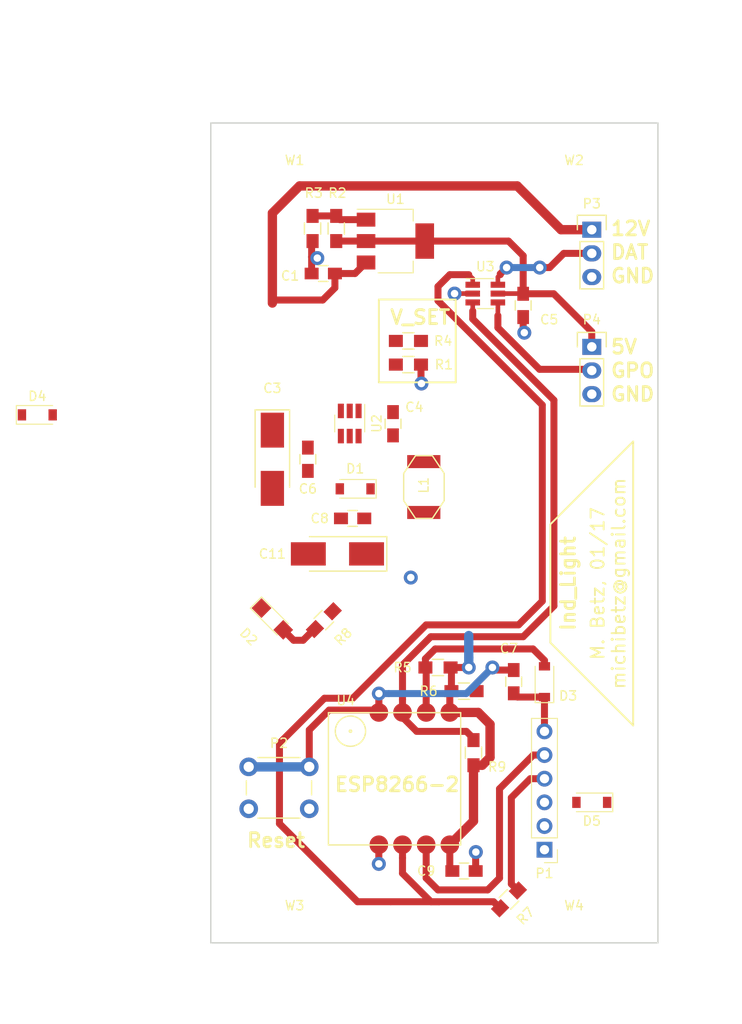
<source format=kicad_pcb>
(kicad_pcb (version 20160815) (host pcbnew no-vcs-found-7434~57~ubuntu16.04.1)

  (general
    (links 72)
    (no_connects 40)
    (area 24.9211 36.3 109.000001 147.745)
    (thickness 1.6)
    (drawings 28)
    (tracks 155)
    (zones 0)
    (modules 36)
    (nets 21)
  )

  (page A4)
  (layers
    (0 F.Cu signal)
    (31 B.Cu signal)
    (32 B.Adhes user)
    (33 F.Adhes user)
    (34 B.Paste user)
    (35 F.Paste user)
    (36 B.SilkS user)
    (37 F.SilkS user)
    (38 B.Mask user)
    (39 F.Mask user)
    (40 Dwgs.User user)
    (41 Cmts.User user)
    (42 Eco1.User user)
    (43 Eco2.User user)
    (44 Edge.Cuts user)
    (45 Margin user)
    (46 B.CrtYd user)
    (47 F.CrtYd user)
    (48 B.Fab user)
    (49 F.Fab user)
  )

  (setup
    (last_trace_width 1)
    (user_trace_width 0.5)
    (user_trace_width 0.75)
    (user_trace_width 2)
    (user_trace_width 3)
    (user_trace_width 5)
    (trace_clearance 0.5)
    (zone_clearance 0.508)
    (zone_45_only no)
    (trace_min 0.5)
    (segment_width 0.2)
    (edge_width 0.15)
    (via_size 1.5)
    (via_drill 0.8)
    (via_min_size 1)
    (via_min_drill 0.8)
    (uvia_size 0.3)
    (uvia_drill 0.1)
    (uvias_allowed no)
    (uvia_min_size 0.2)
    (uvia_min_drill 0.1)
    (pcb_text_width 0.3)
    (pcb_text_size 1.5 1.5)
    (mod_edge_width 0.15)
    (mod_text_size 1 1)
    (mod_text_width 0.15)
    (pad_size 6 6)
    (pad_drill 3)
    (pad_to_mask_clearance 0.2)
    (aux_axis_origin 0 0)
    (visible_elements 7FFEFFFF)
    (pcbplotparams
      (layerselection 0x00030_80000001)
      (usegerberextensions false)
      (excludeedgelayer true)
      (linewidth 0.100000)
      (plotframeref false)
      (viasonmask false)
      (mode 1)
      (useauxorigin false)
      (hpglpennumber 1)
      (hpglpenspeed 20)
      (hpglpendiameter 15)
      (psnegative false)
      (psa4output false)
      (plotreference true)
      (plotvalue true)
      (plotinvisibletext false)
      (padsonsilk false)
      (subtractmaskfromsilk false)
      (outputformat 1)
      (mirror false)
      (drillshape 1)
      (scaleselection 1)
      (outputdirectory ""))
  )

  (net 0 "")
  (net 1 +12V)
  (net 2 GND)
  (net 3 "Net-(C4-Pad1)")
  (net 4 "Net-(C4-Pad2)")
  (net 5 +5V)
  (net 6 +3V3)
  (net 7 /ESP_TX)
  (net 8 /ESP_RX)
  (net 9 /ESP_G2)
  (net 10 "Net-(P3-Pad2)")
  (net 11 "Net-(P4-Pad2)")
  (net 12 "Net-(R2-Pad1)")
  (net 13 "Net-(R1-Pad2)")
  (net 14 "Net-(D2-Pad2)")
  (net 15 "Net-(C7-Pad1)")
  (net 16 "Net-(D3-Pad2)")
  (net 17 "Net-(P1-Pad4)")
  (net 18 "Net-(C7-Pad2)")
  (net 19 "Net-(P1-Pad2)")
  (net 20 "Net-(D5-Pad2)")

  (net_class Default "This is the default net class."
    (clearance 0.5)
    (trace_width 1)
    (via_dia 1.5)
    (via_drill 0.8)
    (uvia_dia 0.3)
    (uvia_drill 0.1)
    (diff_pair_gap 0.5)
    (diff_pair_width 0.5)
    (add_net +12V)
    (add_net +3V3)
    (add_net +5V)
    (add_net /ESP_G2)
    (add_net /ESP_RX)
    (add_net /ESP_TX)
    (add_net GND)
    (add_net "Net-(C4-Pad1)")
    (add_net "Net-(C4-Pad2)")
    (add_net "Net-(C7-Pad1)")
    (add_net "Net-(C7-Pad2)")
    (add_net "Net-(D2-Pad2)")
    (add_net "Net-(D3-Pad2)")
    (add_net "Net-(D5-Pad2)")
    (add_net "Net-(P1-Pad2)")
    (add_net "Net-(P1-Pad4)")
    (add_net "Net-(P3-Pad2)")
    (add_net "Net-(P4-Pad2)")
    (add_net "Net-(R1-Pad2)")
    (add_net "Net-(R2-Pad1)")
  )

  (module Diodes_SMD:SOD-123 (layer F.Cu) (tedit 58645DC7) (tstamp 587751EB)
    (at 29.377052 80.327412)
    (descr SOD-123)
    (tags SOD-123)
    (path /5877759A)
    (attr smd)
    (fp_text reference D4 (at 0 -2) (layer F.SilkS)
      (effects (font (size 1 1) (thickness 0.15)))
    )
    (fp_text value MBR0520L (at 0 2.1) (layer F.Fab)
      (effects (font (size 1 1) (thickness 0.15)))
    )
    (fp_line (start -2.25 -1) (end -2.25 1) (layer F.SilkS) (width 0.12))
    (fp_line (start 0.25 0) (end 0.75 0) (layer F.Fab) (width 0.1))
    (fp_line (start 0.25 0.4) (end -0.35 0) (layer F.Fab) (width 0.1))
    (fp_line (start 0.25 -0.4) (end 0.25 0.4) (layer F.Fab) (width 0.1))
    (fp_line (start -0.35 0) (end 0.25 -0.4) (layer F.Fab) (width 0.1))
    (fp_line (start -0.35 0) (end -0.35 0.55) (layer F.Fab) (width 0.1))
    (fp_line (start -0.35 0) (end -0.35 -0.55) (layer F.Fab) (width 0.1))
    (fp_line (start -0.75 0) (end -0.35 0) (layer F.Fab) (width 0.1))
    (fp_line (start -1.4 0.9) (end -1.4 -0.9) (layer F.Fab) (width 0.1))
    (fp_line (start 1.4 0.9) (end -1.4 0.9) (layer F.Fab) (width 0.1))
    (fp_line (start 1.4 -0.9) (end 1.4 0.9) (layer F.Fab) (width 0.1))
    (fp_line (start -1.4 -0.9) (end 1.4 -0.9) (layer F.Fab) (width 0.1))
    (fp_line (start -2.35 -1.15) (end 2.35 -1.15) (layer F.CrtYd) (width 0.05))
    (fp_line (start 2.35 -1.15) (end 2.35 1.15) (layer F.CrtYd) (width 0.05))
    (fp_line (start 2.35 1.15) (end -2.35 1.15) (layer F.CrtYd) (width 0.05))
    (fp_line (start -2.35 -1.15) (end -2.35 1.15) (layer F.CrtYd) (width 0.05))
    (fp_line (start -2.25 1) (end 1.65 1) (layer F.SilkS) (width 0.12))
    (fp_line (start -2.25 -1) (end 1.65 -1) (layer F.SilkS) (width 0.12))
    (pad 1 smd rect (at -1.65 0) (size 0.9 1.2) (layers F.Cu F.Paste F.Mask)
      (net 4 "Net-(C4-Pad2)"))
    (pad 2 smd rect (at 1.65 0) (size 0.9 1.2) (layers F.Cu F.Paste F.Mask)
      (net 6 +3V3))
    (model ${KISYS3DMOD}/Diodes_SMD.3dshapes/SOD-123.wrl
      (at (xyz 0 0 0))
      (scale (xyz 1 1 1))
      (rotate (xyz 0 0 0))
    )
  )

  (module Diodes_SMD:SOD-123 (layer F.Cu) (tedit 58645DC7) (tstamp 587751A5)
    (at 88.9 121.92 180)
    (descr SOD-123)
    (tags SOD-123)
    (path /587739AE)
    (attr smd)
    (fp_text reference D5 (at 0 -2 180) (layer F.SilkS)
      (effects (font (size 1 1) (thickness 0.15)))
    )
    (fp_text value SS (at 0 2.1 180) (layer F.Fab)
      (effects (font (size 1 1) (thickness 0.15)))
    )
    (fp_line (start -2.25 -1) (end 1.65 -1) (layer F.SilkS) (width 0.12))
    (fp_line (start -2.25 1) (end 1.65 1) (layer F.SilkS) (width 0.12))
    (fp_line (start -2.35 -1.15) (end -2.35 1.15) (layer F.CrtYd) (width 0.05))
    (fp_line (start 2.35 1.15) (end -2.35 1.15) (layer F.CrtYd) (width 0.05))
    (fp_line (start 2.35 -1.15) (end 2.35 1.15) (layer F.CrtYd) (width 0.05))
    (fp_line (start -2.35 -1.15) (end 2.35 -1.15) (layer F.CrtYd) (width 0.05))
    (fp_line (start -1.4 -0.9) (end 1.4 -0.9) (layer F.Fab) (width 0.1))
    (fp_line (start 1.4 -0.9) (end 1.4 0.9) (layer F.Fab) (width 0.1))
    (fp_line (start 1.4 0.9) (end -1.4 0.9) (layer F.Fab) (width 0.1))
    (fp_line (start -1.4 0.9) (end -1.4 -0.9) (layer F.Fab) (width 0.1))
    (fp_line (start -0.75 0) (end -0.35 0) (layer F.Fab) (width 0.1))
    (fp_line (start -0.35 0) (end -0.35 -0.55) (layer F.Fab) (width 0.1))
    (fp_line (start -0.35 0) (end -0.35 0.55) (layer F.Fab) (width 0.1))
    (fp_line (start -0.35 0) (end 0.25 -0.4) (layer F.Fab) (width 0.1))
    (fp_line (start 0.25 -0.4) (end 0.25 0.4) (layer F.Fab) (width 0.1))
    (fp_line (start 0.25 0.4) (end -0.35 0) (layer F.Fab) (width 0.1))
    (fp_line (start 0.25 0) (end 0.75 0) (layer F.Fab) (width 0.1))
    (fp_line (start -2.25 -1) (end -2.25 1) (layer F.SilkS) (width 0.12))
    (pad 2 smd rect (at 1.65 0 180) (size 0.9 1.2) (layers F.Cu F.Paste F.Mask)
      (net 20 "Net-(D5-Pad2)"))
    (pad 1 smd rect (at -1.65 0 180) (size 0.9 1.2) (layers F.Cu F.Paste F.Mask)
      (net 1 +12V))
    (model ${KISYS3DMOD}/Diodes_SMD.3dshapes/SOD-123.wrl
      (at (xyz 0 0 0))
      (scale (xyz 1 1 1))
      (rotate (xyz 0 0 0))
    )
  )

  (module TO_SOT_Packages_SMD:SOT-23-6_Handsoldering (layer F.Cu) (tedit 583F3ECB) (tstamp 58774F31)
    (at 62.912982 81.254168 270)
    (descr "6-pin SOT-23 package, Handsoldering")
    (tags "SOT-23-6 Handsoldering")
    (path /58774EBB)
    (attr smd)
    (fp_text reference U2 (at 0 -2.9 270) (layer F.SilkS)
      (effects (font (size 1 1) (thickness 0.15)))
    )
    (fp_text value LT1933 (at 0 2.9 270) (layer F.Fab)
      (effects (font (size 1 1) (thickness 0.15)))
    )
    (fp_line (start 0.9 -1.55) (end 0.9 1.55) (layer F.Fab) (width 0.15))
    (fp_line (start 0.9 1.55) (end -0.9 1.55) (layer F.Fab) (width 0.15))
    (fp_line (start -0.9 -1.55) (end -0.9 1.55) (layer F.Fab) (width 0.15))
    (fp_line (start 0.9 -1.55) (end -0.9 -1.55) (layer F.Fab) (width 0.15))
    (fp_line (start -2.4 -1.8) (end 2.4 -1.8) (layer F.CrtYd) (width 0.05))
    (fp_line (start 2.4 -1.8) (end 2.4 1.8) (layer F.CrtYd) (width 0.05))
    (fp_line (start 2.4 1.8) (end -2.4 1.8) (layer F.CrtYd) (width 0.05))
    (fp_line (start -2.4 1.8) (end -2.4 -1.8) (layer F.CrtYd) (width 0.05))
    (fp_line (start 0.9 -1.61) (end -2.05 -1.61) (layer F.SilkS) (width 0.12))
    (fp_line (start -0.9 1.61) (end 0.9 1.61) (layer F.SilkS) (width 0.12))
    (pad 5 smd rect (at 1.35 0 270) (size 1.56 0.65) (layers F.Cu F.Paste F.Mask)
      (net 1 +12V))
    (pad 6 smd rect (at 1.35 -0.95 270) (size 1.56 0.65) (layers F.Cu F.Paste F.Mask)
      (net 3 "Net-(C4-Pad1)"))
    (pad 4 smd rect (at 1.35 0.95 270) (size 1.56 0.65) (layers F.Cu F.Paste F.Mask)
      (net 1 +12V))
    (pad 3 smd rect (at -1.35 0.95 270) (size 1.56 0.65) (layers F.Cu F.Paste F.Mask)
      (net 13 "Net-(R1-Pad2)"))
    (pad 2 smd rect (at -1.35 0 270) (size 1.56 0.65) (layers F.Cu F.Paste F.Mask)
      (net 2 GND))
    (pad 1 smd rect (at -1.35 -0.95 270) (size 1.56 0.65) (layers F.Cu F.Paste F.Mask)
      (net 4 "Net-(C4-Pad2)"))
    (model TO_SOT_Packages_SMD.3dshapes/SOT-23-6.wrl
      (at (xyz 0 0 0))
      (scale (xyz 1 1 1))
      (rotate (xyz 0 0 0))
    )
  )

  (module myStuff:DO1608 (layer F.Cu) (tedit 5877436E) (tstamp 58774F0A)
    (at 70.866 87.884 90)
    (path /586E1BD8)
    (fp_text reference L1 (at 0 0 90) (layer F.SilkS)
      (effects (font (size 1 1) (thickness 0.15)))
    )
    (fp_text value 22uH (at 0 3.81 90) (layer F.Fab)
      (effects (font (size 1 1) (thickness 0.15)))
    )
    (fp_line (start 1.27 -2.159) (end 3.175 -0.889) (layer F.SilkS) (width 0.15))
    (fp_line (start -1.651 -2.159) (end 1.27 -2.159) (layer F.SilkS) (width 0.15))
    (fp_line (start -3.556 -0.889) (end -1.651 -2.159) (layer F.SilkS) (width 0.15))
    (fp_line (start -3.556 0.919806) (end -1.651 2.189806) (layer F.SilkS) (width 0.15))
    (fp_line (start -1.651 2.189806) (end 1.27 2.189806) (layer F.SilkS) (width 0.15))
    (fp_line (start 1.27 2.189806) (end 3.175 0.919806) (layer F.SilkS) (width 0.15))
    (fp_line (start -3.556 -0.889) (end -3.556 0.889) (layer F.SilkS) (width 0.15))
    (fp_line (start 3.175 -0.889) (end 3.175 0.889) (layer F.SilkS) (width 0.15))
    (pad 1 smd rect (at -2.92 0 90) (size 1.4 3.56) (layers F.Cu F.Paste F.Mask)
      (net 6 +3V3))
    (pad 2 smd rect (at 2.54 0 90) (size 1.4 3.56) (layers F.Cu F.Paste F.Mask)
      (net 3 "Net-(C4-Pad1)"))
  )

  (module Mounting_Holes:MountingHole_3.2mm_M3 (layer F.Cu) (tedit 56D1B4CB) (tstamp 587498C8)
    (at 92 53)
    (descr "Mounting Hole 3.2mm, no annular, M3")
    (tags "mounting hole 3.2mm no annular m3")
    (path /5874A9A8)
    (fp_text reference W2 (at -5 0) (layer F.SilkS)
      (effects (font (size 1 1) (thickness 0.15)))
    )
    (fp_text value TEST_1P (at 0 4.2) (layer F.Fab)
      (effects (font (size 1 1) (thickness 0.15)))
    )
    (fp_circle (center 0 0) (end 3.2 0) (layer Cmts.User) (width 0.15))
    (fp_circle (center 0 0) (end 3.45 0) (layer F.CrtYd) (width 0.05))
    (pad 1 np_thru_hole circle (at 0 0) (size 3.2 3.2) (drill 3.2) (layers *.Cu *.Mask)
      (net 2 GND))
  )

  (module Mounting_Holes:MountingHole_3.2mm_M3 (layer F.Cu) (tedit 56D1B4CB) (tstamp 587498B5)
    (at 92 133)
    (descr "Mounting Hole 3.2mm, no annular, M3")
    (tags "mounting hole 3.2mm no annular m3")
    (path /5874A9B4)
    (fp_text reference W4 (at -5 0) (layer F.SilkS)
      (effects (font (size 1 1) (thickness 0.15)))
    )
    (fp_text value TEST_1P (at 0 4.2) (layer F.Fab)
      (effects (font (size 1 1) (thickness 0.15)))
    )
    (fp_circle (center 0 0) (end 3.45 0) (layer F.CrtYd) (width 0.05))
    (fp_circle (center 0 0) (end 3.2 0) (layer Cmts.User) (width 0.15))
    (pad 1 np_thru_hole circle (at 0 0) (size 3.2 3.2) (drill 3.2) (layers *.Cu *.Mask)
      (net 2 GND))
  )

  (module Mounting_Holes:MountingHole_3.2mm_M3 (layer F.Cu) (tedit 56D1B4CB) (tstamp 587498A2)
    (at 52 53)
    (descr "Mounting Hole 3.2mm, no annular, M3")
    (tags "mounting hole 3.2mm no annular m3")
    (path /58749B2F)
    (fp_text reference W1 (at 5 0) (layer F.SilkS)
      (effects (font (size 1 1) (thickness 0.15)))
    )
    (fp_text value TEST_1P (at 0 4.2) (layer F.Fab)
      (effects (font (size 1 1) (thickness 0.15)))
    )
    (fp_circle (center 0 0) (end 3.2 0) (layer Cmts.User) (width 0.15))
    (fp_circle (center 0 0) (end 3.45 0) (layer F.CrtYd) (width 0.05))
    (pad 1 np_thru_hole circle (at 0 0) (size 3.2 3.2) (drill 3.2) (layers *.Cu *.Mask)
      (net 2 GND))
  )

  (module Mounting_Holes:MountingHole_3.2mm_M3 (layer F.Cu) (tedit 56D1B4CB) (tstamp 5874988F)
    (at 52 133)
    (descr "Mounting Hole 3.2mm, no annular, M3")
    (tags "mounting hole 3.2mm no annular m3")
    (path /5874A90E)
    (fp_text reference W3 (at 5 0) (layer F.SilkS)
      (effects (font (size 1 1) (thickness 0.15)))
    )
    (fp_text value TEST_1P (at 0 4.2) (layer F.Fab)
      (effects (font (size 1 1) (thickness 0.15)))
    )
    (fp_circle (center 0 0) (end 3.45 0) (layer F.CrtYd) (width 0.05))
    (fp_circle (center 0 0) (end 3.2 0) (layer Cmts.User) (width 0.15))
    (pad 1 np_thru_hole circle (at 0 0) (size 3.2 3.2) (drill 3.2) (layers *.Cu *.Mask)
      (net 2 GND))
  )

  (module Buttons_Switches_ThroughHole:SW_PUSH_6mm (layer F.Cu) (tedit 58134C96) (tstamp 587447B4)
    (at 52.07 118.11)
    (descr https://www.omron.com/ecb/products/pdf/en-b3f.pdf)
    (tags "tact sw push 6mm")
    (path /5873B912)
    (fp_text reference P2 (at 3.25 -2.54) (layer F.SilkS)
      (effects (font (size 1 1) (thickness 0.15)))
    )
    (fp_text value CONN_01X02 (at 3.75 6.7) (layer F.Fab)
      (effects (font (size 1 1) (thickness 0.15)))
    )
    (fp_circle (center 3.25 2.25) (end 1.25 2.5) (layer F.Fab) (width 0.1))
    (fp_line (start 6.75 3) (end 6.75 1.5) (layer F.SilkS) (width 0.15))
    (fp_line (start 5.5 -1) (end 1 -1) (layer F.SilkS) (width 0.15))
    (fp_line (start -0.25 1.5) (end -0.25 3) (layer F.SilkS) (width 0.15))
    (fp_line (start 1 5.5) (end 5.5 5.5) (layer F.SilkS) (width 0.15))
    (fp_line (start 8 -1.25) (end 8 5.75) (layer F.CrtYd) (width 0.05))
    (fp_line (start 7.75 6) (end -1.25 6) (layer F.CrtYd) (width 0.05))
    (fp_line (start -1.5 5.75) (end -1.5 -1.25) (layer F.CrtYd) (width 0.05))
    (fp_line (start -1.25 -1.5) (end 7.75 -1.5) (layer F.CrtYd) (width 0.05))
    (fp_line (start -1.5 6) (end -1.25 6) (layer F.CrtYd) (width 0.05))
    (fp_line (start -1.5 5.75) (end -1.5 6) (layer F.CrtYd) (width 0.05))
    (fp_line (start -1.5 -1.5) (end -1.25 -1.5) (layer F.CrtYd) (width 0.05))
    (fp_line (start -1.5 -1.25) (end -1.5 -1.5) (layer F.CrtYd) (width 0.05))
    (fp_line (start 8 -1.5) (end 8 -1.25) (layer F.CrtYd) (width 0.05))
    (fp_line (start 7.75 -1.5) (end 8 -1.5) (layer F.CrtYd) (width 0.05))
    (fp_line (start 8 6) (end 8 5.75) (layer F.CrtYd) (width 0.05))
    (fp_line (start 7.75 6) (end 8 6) (layer F.CrtYd) (width 0.05))
    (fp_line (start 0.25 -0.75) (end 3.25 -0.75) (layer F.Fab) (width 0.1))
    (fp_line (start 0.25 5.25) (end 0.25 -0.75) (layer F.Fab) (width 0.1))
    (fp_line (start 6.25 5.25) (end 0.25 5.25) (layer F.Fab) (width 0.1))
    (fp_line (start 6.25 -0.75) (end 6.25 5.25) (layer F.Fab) (width 0.1))
    (fp_line (start 3.25 -0.75) (end 6.25 -0.75) (layer F.Fab) (width 0.1))
    (pad 1 thru_hole circle (at 6.5 0 90) (size 2 2) (drill 1.1) (layers *.Cu *.Mask)
      (net 15 "Net-(C7-Pad1)"))
    (pad 2 thru_hole circle (at 6.5 4.5 90) (size 2 2) (drill 1.1) (layers *.Cu *.Mask)
      (net 2 GND))
    (pad 1 thru_hole circle (at 0 0 90) (size 2 2) (drill 1.1) (layers *.Cu *.Mask)
      (net 15 "Net-(C7-Pad1)"))
    (pad 2 thru_hole circle (at 0 4.5 90) (size 2 2) (drill 1.1) (layers *.Cu *.Mask)
      (net 2 GND))
    (model Buttons_Switches_ThroughHole.3dshapes/SW_PUSH_6mm.wrl
      (at (xyz 0.005 0 0))
      (scale (xyz 0.3937 0.3937 0.3937))
      (rotate (xyz 0 0 0))
    )
  )

  (module Capacitors_SMD:C_0805_HandSoldering (layer F.Cu) (tedit 541A9B8D) (tstamp 58743AC3)
    (at 80.518 108.966 270)
    (descr "Capacitor SMD 0805, hand soldering")
    (tags "capacitor 0805")
    (path /5874363A)
    (attr smd)
    (fp_text reference C7 (at -3.556 0.508) (layer F.SilkS)
      (effects (font (size 1 1) (thickness 0.15)))
    )
    (fp_text value 100n (at 0 2.1 270) (layer F.Fab)
      (effects (font (size 1 1) (thickness 0.15)))
    )
    (fp_line (start -0.5 0.85) (end 0.5 0.85) (layer F.SilkS) (width 0.15))
    (fp_line (start 0.5 -0.85) (end -0.5 -0.85) (layer F.SilkS) (width 0.15))
    (fp_line (start 2.3 -1) (end 2.3 1) (layer F.CrtYd) (width 0.05))
    (fp_line (start -2.3 -1) (end -2.3 1) (layer F.CrtYd) (width 0.05))
    (fp_line (start -2.3 1) (end 2.3 1) (layer F.CrtYd) (width 0.05))
    (fp_line (start -2.3 -1) (end 2.3 -1) (layer F.CrtYd) (width 0.05))
    (fp_line (start -1 -0.625) (end 1 -0.625) (layer F.Fab) (width 0.15))
    (fp_line (start 1 -0.625) (end 1 0.625) (layer F.Fab) (width 0.15))
    (fp_line (start 1 0.625) (end -1 0.625) (layer F.Fab) (width 0.15))
    (fp_line (start -1 0.625) (end -1 -0.625) (layer F.Fab) (width 0.15))
    (pad 2 smd rect (at 1.25 0 270) (size 1.5 1.25) (layers F.Cu F.Paste F.Mask)
      (net 18 "Net-(C7-Pad2)"))
    (pad 1 smd rect (at -1.25 0 270) (size 1.5 1.25) (layers F.Cu F.Paste F.Mask)
      (net 15 "Net-(C7-Pad1)"))
    (model Capacitors_SMD.3dshapes/C_0805_HandSoldering.wrl
      (at (xyz 0 0 0))
      (scale (xyz 1 1 1))
      (rotate (xyz 0 0 0))
    )
  )

  (module Diodes_SMD:SOD-123 (layer F.Cu) (tedit 58645DC7) (tstamp 587439B5)
    (at 83.82 108.966 90)
    (descr SOD-123)
    (tags SOD-123)
    (path /5874632C)
    (attr smd)
    (fp_text reference D3 (at -1.524 2.54 180) (layer F.SilkS)
      (effects (font (size 1 1) (thickness 0.15)))
    )
    (fp_text value SS (at 0 2.1 90) (layer F.Fab)
      (effects (font (size 1 1) (thickness 0.15)))
    )
    (fp_line (start -2.25 -1) (end 1.65 -1) (layer F.SilkS) (width 0.12))
    (fp_line (start -2.25 1) (end 1.65 1) (layer F.SilkS) (width 0.12))
    (fp_line (start -2.35 -1.15) (end -2.35 1.15) (layer F.CrtYd) (width 0.05))
    (fp_line (start 2.35 1.15) (end -2.35 1.15) (layer F.CrtYd) (width 0.05))
    (fp_line (start 2.35 -1.15) (end 2.35 1.15) (layer F.CrtYd) (width 0.05))
    (fp_line (start -2.35 -1.15) (end 2.35 -1.15) (layer F.CrtYd) (width 0.05))
    (fp_line (start -1.4 -0.9) (end 1.4 -0.9) (layer F.Fab) (width 0.1))
    (fp_line (start 1.4 -0.9) (end 1.4 0.9) (layer F.Fab) (width 0.1))
    (fp_line (start 1.4 0.9) (end -1.4 0.9) (layer F.Fab) (width 0.1))
    (fp_line (start -1.4 0.9) (end -1.4 -0.9) (layer F.Fab) (width 0.1))
    (fp_line (start -0.75 0) (end -0.35 0) (layer F.Fab) (width 0.1))
    (fp_line (start -0.35 0) (end -0.35 -0.55) (layer F.Fab) (width 0.1))
    (fp_line (start -0.35 0) (end -0.35 0.55) (layer F.Fab) (width 0.1))
    (fp_line (start -0.35 0) (end 0.25 -0.4) (layer F.Fab) (width 0.1))
    (fp_line (start 0.25 -0.4) (end 0.25 0.4) (layer F.Fab) (width 0.1))
    (fp_line (start 0.25 0.4) (end -0.35 0) (layer F.Fab) (width 0.1))
    (fp_line (start 0.25 0) (end 0.75 0) (layer F.Fab) (width 0.1))
    (fp_line (start -2.25 -1) (end -2.25 1) (layer F.SilkS) (width 0.12))
    (pad 2 smd rect (at 1.65 0 90) (size 0.9 1.2) (layers F.Cu F.Paste F.Mask)
      (net 16 "Net-(D3-Pad2)"))
    (pad 1 smd rect (at -1.65 0 90) (size 0.9 1.2) (layers F.Cu F.Paste F.Mask)
      (net 18 "Net-(C7-Pad2)"))
    (model ${KISYS3DMOD}/Diodes_SMD.3dshapes/SOD-323.wrl
      (at (xyz 0 0 0))
      (scale (xyz 1 1 1))
      (rotate (xyz 0 0 180))
    )
  )

  (module Resistors_SMD:R_0805_HandSoldering (layer F.Cu) (tedit 58307B90) (tstamp 587438F3)
    (at 76.2 116.586 90)
    (descr "Resistor SMD 0805, hand soldering")
    (tags "resistor 0805")
    (path /5873FB2B)
    (attr smd)
    (fp_text reference R9 (at -1.524 2.54 180) (layer F.SilkS)
      (effects (font (size 1 1) (thickness 0.15)))
    )
    (fp_text value 10k (at 0 2.1 90) (layer F.Fab)
      (effects (font (size 1 1) (thickness 0.15)))
    )
    (fp_line (start -0.6 -0.875) (end 0.6 -0.875) (layer F.SilkS) (width 0.15))
    (fp_line (start 0.6 0.875) (end -0.6 0.875) (layer F.SilkS) (width 0.15))
    (fp_line (start 2.4 -1) (end 2.4 1) (layer F.CrtYd) (width 0.05))
    (fp_line (start -2.4 -1) (end -2.4 1) (layer F.CrtYd) (width 0.05))
    (fp_line (start -2.4 1) (end 2.4 1) (layer F.CrtYd) (width 0.05))
    (fp_line (start -2.4 -1) (end 2.4 -1) (layer F.CrtYd) (width 0.05))
    (fp_line (start -1 -0.625) (end 1 -0.625) (layer F.Fab) (width 0.1))
    (fp_line (start 1 -0.625) (end 1 0.625) (layer F.Fab) (width 0.1))
    (fp_line (start 1 0.625) (end -1 0.625) (layer F.Fab) (width 0.1))
    (fp_line (start -1 0.625) (end -1 -0.625) (layer F.Fab) (width 0.1))
    (pad 2 smd rect (at 1.35 0 90) (size 1.5 1.3) (layers F.Cu F.Paste F.Mask)
      (net 9 /ESP_G2))
    (pad 1 smd rect (at -1.35 0 90) (size 1.5 1.3) (layers F.Cu F.Paste F.Mask)
      (net 6 +3V3))
    (model Resistors_SMD.3dshapes/R_0805_HandSoldering.wrl
      (at (xyz 0 0 0))
      (scale (xyz 1 1 1))
      (rotate (xyz 0 0 0))
    )
  )

  (module Pin_Headers:Pin_Header_Straight_1x06_Pitch2.54mm (layer F.Cu) (tedit 5862ED52) (tstamp 587367FF)
    (at 83.82 127 180)
    (descr "Through hole straight pin header, 1x06, 2.54mm pitch, single row")
    (tags "Through hole pin header THT 1x06 2.54mm single row")
    (path /58735505)
    (fp_text reference P1 (at 0 -2.54 180) (layer F.SilkS)
      (effects (font (size 1 1) (thickness 0.15)))
    )
    (fp_text value TTL_232R_3V3 (at 0 15.09 180) (layer F.Fab)
      (effects (font (size 1 1) (thickness 0.15)))
    )
    (fp_line (start 1.6 -1.6) (end -1.6 -1.6) (layer F.CrtYd) (width 0.05))
    (fp_line (start 1.6 14.3) (end 1.6 -1.6) (layer F.CrtYd) (width 0.05))
    (fp_line (start -1.6 14.3) (end 1.6 14.3) (layer F.CrtYd) (width 0.05))
    (fp_line (start -1.6 -1.6) (end -1.6 14.3) (layer F.CrtYd) (width 0.05))
    (fp_line (start -1.39 -1.39) (end 0 -1.39) (layer F.SilkS) (width 0.12))
    (fp_line (start -1.39 0) (end -1.39 -1.39) (layer F.SilkS) (width 0.12))
    (fp_line (start 1.39 1.27) (end -1.39 1.27) (layer F.SilkS) (width 0.12))
    (fp_line (start 1.39 14.09) (end 1.39 1.27) (layer F.SilkS) (width 0.12))
    (fp_line (start -1.39 14.09) (end 1.39 14.09) (layer F.SilkS) (width 0.12))
    (fp_line (start -1.39 1.27) (end -1.39 14.09) (layer F.SilkS) (width 0.12))
    (fp_line (start 1.27 -1.27) (end -1.27 -1.27) (layer F.Fab) (width 0.1))
    (fp_line (start 1.27 13.97) (end 1.27 -1.27) (layer F.Fab) (width 0.1))
    (fp_line (start -1.27 13.97) (end 1.27 13.97) (layer F.Fab) (width 0.1))
    (fp_line (start -1.27 -1.27) (end -1.27 13.97) (layer F.Fab) (width 0.1))
    (pad 6 thru_hole oval (at 0 12.7 180) (size 1.7 1.7) (drill 1) (layers *.Cu *.Mask)
      (net 18 "Net-(C7-Pad2)"))
    (pad 5 thru_hole oval (at 0 10.16 180) (size 1.7 1.7) (drill 1) (layers *.Cu *.Mask)
      (net 7 /ESP_TX))
    (pad 4 thru_hole oval (at 0 7.62 180) (size 1.7 1.7) (drill 1) (layers *.Cu *.Mask)
      (net 17 "Net-(P1-Pad4)"))
    (pad 3 thru_hole oval (at 0 5.08 180) (size 1.7 1.7) (drill 1) (layers *.Cu *.Mask)
      (net 20 "Net-(D5-Pad2)"))
    (pad 2 thru_hole oval (at 0 2.54 180) (size 1.7 1.7) (drill 1) (layers *.Cu *.Mask)
      (net 19 "Net-(P1-Pad2)"))
    (pad 1 thru_hole rect (at 0 0 180) (size 1.7 1.7) (drill 1) (layers *.Cu *.Mask)
      (net 2 GND))
    (model Pin_Headers.3dshapes/Pin_Header_Straight_1x06_Pitch2.54mm.wrl
      (at (xyz 0 -0.25 0))
      (scale (xyz 1 1 1))
      (rotate (xyz 0 0 90))
    )
  )

  (module Capacitors_Tantalum_SMD:Tantalum_Case-C_EIA-6032-28_Hand (layer F.Cu) (tedit 57B6E980) (tstamp 587200B2)
    (at 61.595 95.25 180)
    (descr "Tantalum capacitor, Case C, EIA 6032-28, 6.0x3.2x2.5mm, Hand soldering footprint")
    (tags "capacitor tantalum smd")
    (path /58721980)
    (attr smd)
    (fp_text reference C11 (at 6.985 0 180) (layer F.SilkS)
      (effects (font (size 1 1) (thickness 0.15)))
    )
    (fp_text value 33u (at 0 3.35 180) (layer F.Fab)
      (effects (font (size 1 1) (thickness 0.15)))
    )
    (fp_line (start -5.4 -2) (end -5.4 2) (layer F.CrtYd) (width 0.05))
    (fp_line (start -5.4 2) (end 5.4 2) (layer F.CrtYd) (width 0.05))
    (fp_line (start 5.4 2) (end 5.4 -2) (layer F.CrtYd) (width 0.05))
    (fp_line (start 5.4 -2) (end -5.4 -2) (layer F.CrtYd) (width 0.05))
    (fp_line (start -3 -1.6) (end -3 1.6) (layer F.Fab) (width 0.15))
    (fp_line (start -3 1.6) (end 3 1.6) (layer F.Fab) (width 0.15))
    (fp_line (start 3 1.6) (end 3 -1.6) (layer F.Fab) (width 0.15))
    (fp_line (start 3 -1.6) (end -3 -1.6) (layer F.Fab) (width 0.15))
    (fp_line (start -2.4 -1.6) (end -2.4 1.6) (layer F.Fab) (width 0.15))
    (fp_line (start -2.1 -1.6) (end -2.1 1.6) (layer F.Fab) (width 0.15))
    (fp_line (start -5.3 -1.85) (end 3 -1.85) (layer F.SilkS) (width 0.15))
    (fp_line (start -5.3 1.85) (end 3 1.85) (layer F.SilkS) (width 0.15))
    (fp_line (start -5.3 -1.85) (end -5.3 1.85) (layer F.SilkS) (width 0.15))
    (pad 1 smd rect (at -3.125 0 180) (size 3.75 2.5) (layers F.Cu F.Paste F.Mask)
      (net 6 +3V3))
    (pad 2 smd rect (at 3.125 0 180) (size 3.75 2.5) (layers F.Cu F.Paste F.Mask)
      (net 2 GND))
    (model Capacitors_Tantalum_SMD.3dshapes/Tantalum_Case-C_EIA-6032-28.wrl
      (at (xyz 0 0 0))
      (scale (xyz 1 1 1))
      (rotate (xyz 0 0 0))
    )
  )

  (module Resistors_SMD:R_0805_HandSoldering (layer F.Cu) (tedit 58307B90) (tstamp 5871A6EE)
    (at 60.1345 102.362 45)
    (descr "Resistor SMD 0805, hand soldering")
    (tags "resistor 0805")
    (path /5871A8F5)
    (attr smd)
    (fp_text reference R8 (at 0.224506 2.738978 45) (layer F.SilkS)
      (effects (font (size 1 1) (thickness 0.15)))
    )
    (fp_text value 56R (at 0 2.1 45) (layer F.Fab)
      (effects (font (size 1 1) (thickness 0.15)))
    )
    (fp_line (start -0.600001 -0.875) (end 0.600001 -0.875) (layer F.SilkS) (width 0.15))
    (fp_line (start 0.600001 0.875) (end -0.600001 0.875) (layer F.SilkS) (width 0.15))
    (fp_line (start 2.4 -1) (end 2.4 1) (layer F.CrtYd) (width 0.05))
    (fp_line (start -2.4 -1) (end -2.4 1) (layer F.CrtYd) (width 0.05))
    (fp_line (start -2.4 1) (end 2.4 1) (layer F.CrtYd) (width 0.05))
    (fp_line (start -2.4 -1) (end 2.4 -1) (layer F.CrtYd) (width 0.05))
    (fp_line (start -1 -0.625) (end 1 -0.625) (layer F.Fab) (width 0.1))
    (fp_line (start 1 -0.625) (end 1 0.625) (layer F.Fab) (width 0.1))
    (fp_line (start 1 0.625) (end -1 0.625) (layer F.Fab) (width 0.1))
    (fp_line (start -1 0.625) (end -1 -0.625) (layer F.Fab) (width 0.1))
    (pad 2 smd rect (at 1.35 0 45) (size 1.5 1.3) (layers F.Cu F.Paste F.Mask)
      (net 6 +3V3))
    (pad 1 smd rect (at -1.35 0 45) (size 1.5 1.3) (layers F.Cu F.Paste F.Mask)
      (net 14 "Net-(D2-Pad2)"))
    (model Resistors_SMD.3dshapes/R_0805_HandSoldering.wrl
      (at (xyz 0 0 0))
      (scale (xyz 1 1 1))
      (rotate (xyz 0 0 0))
    )
  )

  (module LEDs:LED_1206 (layer F.Cu) (tedit 5872002D) (tstamp 5871A6DE)
    (at 54.61 102.235 315)
    (descr "LED 1206 smd package")
    (tags "LED led 1206 SMD smd SMT smt smdled SMDLED smtled SMTLED")
    (path /5871A81F)
    (attr smd)
    (fp_text reference D2 (at -0.449013 3.14309 315) (layer F.SilkS)
      (effects (font (size 1 1) (thickness 0.15)))
    )
    (fp_text value LED (at 0 1.7 315) (layer F.Fab)
      (effects (font (size 1 1) (thickness 0.15)))
    )
    (fp_line (start -2.65 -1) (end 2.65 -1) (layer F.CrtYd) (width 0.05))
    (fp_line (start -2.65 1) (end -2.65 -1) (layer F.CrtYd) (width 0.05))
    (fp_line (start 2.65 1) (end -2.65 1) (layer F.CrtYd) (width 0.05))
    (fp_line (start 2.65 -1) (end 2.65 1) (layer F.CrtYd) (width 0.05))
    (fp_line (start -2.45 -0.85) (end 1.6 -0.85) (layer F.SilkS) (width 0.12))
    (fp_line (start -2.45 0.85) (end 1.6 0.85) (layer F.SilkS) (width 0.12))
    (fp_line (start -1.6 0.8) (end -1.6 -0.8) (layer F.Fab) (width 0.1))
    (fp_line (start -1.6 -0.8) (end 1.6 -0.8) (layer F.Fab) (width 0.1))
    (fp_line (start 1.6 -0.8) (end 1.6 0.8) (layer F.Fab) (width 0.1))
    (fp_line (start 1.6 0.8) (end -1.6 0.8) (layer F.Fab) (width 0.1))
    (fp_line (start 0.2 -0.4) (end 0.2 0.4) (layer F.Fab) (width 0.1))
    (fp_line (start 0.2 0.4) (end -0.4 0) (layer F.Fab) (width 0.1))
    (fp_line (start -0.4 0) (end 0.2 -0.4) (layer F.Fab) (width 0.1))
    (fp_line (start -0.45 -0.4) (end -0.45 0.4) (layer F.Fab) (width 0.1))
    (fp_line (start -2.5 -0.85) (end -2.5 0.85) (layer F.SilkS) (width 0.12))
    (pad 1 smd rect (at -1.65 0 135) (size 1.5 1.5) (layers F.Cu F.Paste F.Mask)
      (net 2 GND))
    (pad 2 smd rect (at 1.65 0 135) (size 1.5 1.5) (layers F.Cu F.Paste F.Mask)
      (net 14 "Net-(D2-Pad2)"))
    (model LEDs.3dshapes/LED_1206.wrl
      (at (xyz 0 0 0))
      (scale (xyz 1 1 1))
      (rotate (xyz 0 0 180))
    )
  )

  (module Capacitors_SMD:C_0805_HandSoldering (layer F.Cu) (tedit 5872070C) (tstamp 5864B0EB)
    (at 58.42 85.09 270)
    (descr "Capacitor SMD 0805, hand soldering")
    (tags "capacitor 0805")
    (path /586E01CA)
    (attr smd)
    (fp_text reference C6 (at 3.175 0) (layer F.SilkS)
      (effects (font (size 1 1) (thickness 0.15)))
    )
    (fp_text value 2u2 (at -0.127 -2.667) (layer F.Fab)
      (effects (font (size 1 1) (thickness 0.15)))
    )
    (fp_line (start -1 0.625) (end -1 -0.625) (layer F.Fab) (width 0.15))
    (fp_line (start 1 0.625) (end -1 0.625) (layer F.Fab) (width 0.15))
    (fp_line (start 1 -0.625) (end 1 0.625) (layer F.Fab) (width 0.15))
    (fp_line (start -1 -0.625) (end 1 -0.625) (layer F.Fab) (width 0.15))
    (fp_line (start -2.3 -1) (end 2.3 -1) (layer F.CrtYd) (width 0.05))
    (fp_line (start -2.3 1) (end 2.3 1) (layer F.CrtYd) (width 0.05))
    (fp_line (start -2.3 -1) (end -2.3 1) (layer F.CrtYd) (width 0.05))
    (fp_line (start 2.3 -1) (end 2.3 1) (layer F.CrtYd) (width 0.05))
    (fp_line (start 0.5 -0.85) (end -0.5 -0.85) (layer F.SilkS) (width 0.15))
    (fp_line (start -0.5 0.85) (end 0.5 0.85) (layer F.SilkS) (width 0.15))
    (pad 1 smd rect (at -1.25 0 270) (size 1.5 1.25) (layers F.Cu F.Paste F.Mask)
      (net 1 +12V))
    (pad 2 smd rect (at 1.25 0 270) (size 1.5 1.25) (layers F.Cu F.Paste F.Mask)
      (net 2 GND))
    (model Capacitors_SMD.3dshapes/C_0805_HandSoldering.wrl
      (at (xyz 0 0 0))
      (scale (xyz 1 1 1))
      (rotate (xyz 0 0 0))
    )
  )

  (module Resistors_SMD:R_0805_HandSoldering (layer F.Cu) (tedit 58307B90) (tstamp 5864B168)
    (at 69.215 74.93 180)
    (descr "Resistor SMD 0805, hand soldering")
    (tags "resistor 0805")
    (path /586E5E3A)
    (attr smd)
    (fp_text reference R1 (at -3.81 0 180) (layer F.SilkS)
      (effects (font (size 1 1) (thickness 0.15)))
    )
    (fp_text value 10k (at 1.257236 -2.334867 180) (layer F.Fab)
      (effects (font (size 1 1) (thickness 0.15)))
    )
    (fp_line (start -1 0.625) (end -1 -0.625) (layer F.Fab) (width 0.1))
    (fp_line (start 1 0.625) (end -1 0.625) (layer F.Fab) (width 0.1))
    (fp_line (start 1 -0.625) (end 1 0.625) (layer F.Fab) (width 0.1))
    (fp_line (start -1 -0.625) (end 1 -0.625) (layer F.Fab) (width 0.1))
    (fp_line (start -2.4 -1) (end 2.4 -1) (layer F.CrtYd) (width 0.05))
    (fp_line (start -2.4 1) (end 2.4 1) (layer F.CrtYd) (width 0.05))
    (fp_line (start -2.4 -1) (end -2.4 1) (layer F.CrtYd) (width 0.05))
    (fp_line (start 2.4 -1) (end 2.4 1) (layer F.CrtYd) (width 0.05))
    (fp_line (start 0.6 0.875) (end -0.6 0.875) (layer F.SilkS) (width 0.15))
    (fp_line (start -0.6 -0.875) (end 0.6 -0.875) (layer F.SilkS) (width 0.15))
    (pad 1 smd rect (at -1.35 0 180) (size 1.5 1.3) (layers F.Cu F.Paste F.Mask)
      (net 2 GND))
    (pad 2 smd rect (at 1.35 0 180) (size 1.5 1.3) (layers F.Cu F.Paste F.Mask)
      (net 13 "Net-(R1-Pad2)"))
    (model Resistors_SMD.3dshapes/R_0805_HandSoldering.wrl
      (at (xyz 0 0 0))
      (scale (xyz 1 1 1))
      (rotate (xyz 0 0 0))
    )
  )

  (module Resistors_SMD:R_0805_HandSoldering (layer F.Cu) (tedit 58307B90) (tstamp 5864B198)
    (at 69.215 72.39 180)
    (descr "Resistor SMD 0805, hand soldering")
    (tags "resistor 0805")
    (path /586E595B)
    (attr smd)
    (fp_text reference R4 (at -3.73 0) (layer F.SilkS)
      (effects (font (size 1 1) (thickness 0.15)))
    )
    (fp_text value 16.5k (at -1.016 3.302 270) (layer F.Fab)
      (effects (font (size 1 1) (thickness 0.15)))
    )
    (fp_line (start -1 0.625) (end -1 -0.625) (layer F.Fab) (width 0.1))
    (fp_line (start 1 0.625) (end -1 0.625) (layer F.Fab) (width 0.1))
    (fp_line (start 1 -0.625) (end 1 0.625) (layer F.Fab) (width 0.1))
    (fp_line (start -1 -0.625) (end 1 -0.625) (layer F.Fab) (width 0.1))
    (fp_line (start -2.4 -1) (end 2.4 -1) (layer F.CrtYd) (width 0.05))
    (fp_line (start -2.4 1) (end 2.4 1) (layer F.CrtYd) (width 0.05))
    (fp_line (start -2.4 -1) (end -2.4 1) (layer F.CrtYd) (width 0.05))
    (fp_line (start 2.4 -1) (end 2.4 1) (layer F.CrtYd) (width 0.05))
    (fp_line (start 0.6 0.875) (end -0.6 0.875) (layer F.SilkS) (width 0.15))
    (fp_line (start -0.6 -0.875) (end 0.6 -0.875) (layer F.SilkS) (width 0.15))
    (pad 1 smd rect (at -1.35 0 180) (size 1.5 1.3) (layers F.Cu F.Paste F.Mask)
      (net 6 +3V3))
    (pad 2 smd rect (at 1.35 0 180) (size 1.5 1.3) (layers F.Cu F.Paste F.Mask)
      (net 13 "Net-(R1-Pad2)"))
    (model Resistors_SMD.3dshapes/R_0805_HandSoldering.wrl
      (at (xyz 0 0 0))
      (scale (xyz 1 1 1))
      (rotate (xyz 0 0 0))
    )
  )

  (module Capacitors_Tantalum_SMD:Tantalum_Case-C_EIA-6032-28_Hand (layer F.Cu) (tedit 57B6E980) (tstamp 5872009F)
    (at 54.61 85.09 270)
    (descr "Tantalum capacitor, Case C, EIA 6032-28, 6.0x3.2x2.5mm, Hand soldering footprint")
    (tags "capacitor tantalum smd")
    (path /58721084)
    (attr smd)
    (fp_text reference C3 (at -7.62 0) (layer F.SilkS)
      (effects (font (size 1 1) (thickness 0.15)))
    )
    (fp_text value 33u (at 0 3.35 270) (layer F.Fab)
      (effects (font (size 1 1) (thickness 0.15)))
    )
    (fp_line (start -5.4 -2) (end -5.4 2) (layer F.CrtYd) (width 0.05))
    (fp_line (start -5.4 2) (end 5.4 2) (layer F.CrtYd) (width 0.05))
    (fp_line (start 5.4 2) (end 5.4 -2) (layer F.CrtYd) (width 0.05))
    (fp_line (start 5.4 -2) (end -5.4 -2) (layer F.CrtYd) (width 0.05))
    (fp_line (start -3 -1.6) (end -3 1.6) (layer F.Fab) (width 0.15))
    (fp_line (start -3 1.6) (end 3 1.6) (layer F.Fab) (width 0.15))
    (fp_line (start 3 1.6) (end 3 -1.6) (layer F.Fab) (width 0.15))
    (fp_line (start 3 -1.6) (end -3 -1.6) (layer F.Fab) (width 0.15))
    (fp_line (start -2.4 -1.6) (end -2.4 1.6) (layer F.Fab) (width 0.15))
    (fp_line (start -2.1 -1.6) (end -2.1 1.6) (layer F.Fab) (width 0.15))
    (fp_line (start -5.3 -1.85) (end 3 -1.85) (layer F.SilkS) (width 0.15))
    (fp_line (start -5.3 1.85) (end 3 1.85) (layer F.SilkS) (width 0.15))
    (fp_line (start -5.3 -1.85) (end -5.3 1.85) (layer F.SilkS) (width 0.15))
    (pad 1 smd rect (at -3.125 0 270) (size 3.75 2.5) (layers F.Cu F.Paste F.Mask)
      (net 1 +12V))
    (pad 2 smd rect (at 3.125 0 270) (size 3.75 2.5) (layers F.Cu F.Paste F.Mask)
      (net 2 GND))
    (model Capacitors_Tantalum_SMD.3dshapes/Tantalum_Case-C_EIA-6032-28.wrl
      (at (xyz 0 0 0))
      (scale (xyz 1 1 1))
      (rotate (xyz 0 0 0))
    )
  )

  (module myStuff:ESP8266_ESP-02 (layer F.Cu) (tedit 5871A09D) (tstamp 58660E15)
    (at 66.04 126.468)
    (path /58661784)
    (attr smd)
    (fp_text reference U4 (at -3.556 -15.47) (layer F.SilkS)
      (effects (font (size 1 1) (thickness 0.15)))
    )
    (fp_text value esp8266_esp-02 (at 1.778 -2.54) (layer F.Fab)
      (effects (font (size 1 1) (thickness 0.15)))
    )
    (fp_line (start -5.413 -14.176) (end 8.787 -14.176) (layer F.SilkS) (width 0.15))
    (fp_line (start 8.787 -14.176) (end 8.787 0.024) (layer F.SilkS) (width 0.15))
    (fp_line (start 8.787 0.024) (end -5.413 0.024) (layer F.SilkS) (width 0.15))
    (fp_line (start -5.413 0.024) (end -5.413 -14.176) (layer F.SilkS) (width 0.15))
    (fp_circle (center -3.048 -12.192) (end -1.778 -13.208) (layer F.SilkS) (width 0.15))
    (fp_circle (center -3.048 -12.192) (end -2.921 -12.192) (layer F.SilkS) (width 0.15))
    (pad 8 smd circle (at 0 -14.2) (size 2 2) (layers F.Cu F.Paste F.Mask)
      (net 15 "Net-(C7-Pad1)"))
    (pad 7 smd circle (at 2.54 -14.2) (size 2 2) (layers F.Cu F.Paste F.Mask)
      (net 9 /ESP_G2))
    (pad 6 smd circle (at 5.08 -14.2) (size 2 2) (layers F.Cu F.Paste F.Mask)
      (net 16 "Net-(D3-Pad2)"))
    (pad 5 smd circle (at 7.62 -14.2) (size 2 2) (layers F.Cu F.Paste F.Mask)
      (net 6 +3V3))
    (pad 4 smd circle (at 7.62 0) (size 2 2) (layers F.Cu F.Paste F.Mask)
      (net 6 +3V3))
    (pad 3 smd circle (at 5.08 0) (size 2 2) (layers F.Cu F.Paste F.Mask)
      (net 7 /ESP_TX))
    (pad 2 smd circle (at 2.54 0) (size 2 2) (layers F.Cu F.Paste F.Mask)
      (net 8 /ESP_RX))
    (pad 1 smd circle (at 0 0) (size 2 2) (layers F.Cu F.Paste F.Mask)
      (net 2 GND))
  )

  (module Capacitors_SMD:C_0805_HandSoldering (layer F.Cu) (tedit 541A9B8D) (tstamp 5864B0CB)
    (at 67.564 81.28 90)
    (descr "Capacitor SMD 0805, hand soldering")
    (tags "capacitor 0805")
    (path /586E12F9)
    (attr smd)
    (fp_text reference C4 (at 1.778 2.286) (layer F.SilkS)
      (effects (font (size 1 1) (thickness 0.15)))
    )
    (fp_text value 100n (at 0.254 3.048 180) (layer F.Fab)
      (effects (font (size 1 1) (thickness 0.15)))
    )
    (fp_line (start -1 0.625) (end -1 -0.625) (layer F.Fab) (width 0.15))
    (fp_line (start 1 0.625) (end -1 0.625) (layer F.Fab) (width 0.15))
    (fp_line (start 1 -0.625) (end 1 0.625) (layer F.Fab) (width 0.15))
    (fp_line (start -1 -0.625) (end 1 -0.625) (layer F.Fab) (width 0.15))
    (fp_line (start -2.3 -1) (end 2.3 -1) (layer F.CrtYd) (width 0.05))
    (fp_line (start -2.3 1) (end 2.3 1) (layer F.CrtYd) (width 0.05))
    (fp_line (start -2.3 -1) (end -2.3 1) (layer F.CrtYd) (width 0.05))
    (fp_line (start 2.3 -1) (end 2.3 1) (layer F.CrtYd) (width 0.05))
    (fp_line (start 0.5 -0.85) (end -0.5 -0.85) (layer F.SilkS) (width 0.15))
    (fp_line (start -0.5 0.85) (end 0.5 0.85) (layer F.SilkS) (width 0.15))
    (pad 1 smd rect (at -1.25 0 90) (size 1.5 1.25) (layers F.Cu F.Paste F.Mask)
      (net 3 "Net-(C4-Pad1)"))
    (pad 2 smd rect (at 1.25 0 90) (size 1.5 1.25) (layers F.Cu F.Paste F.Mask)
      (net 4 "Net-(C4-Pad2)"))
    (model Capacitors_SMD.3dshapes/C_0805_HandSoldering.wrl
      (at (xyz 0 0 0))
      (scale (xyz 1 1 1))
      (rotate (xyz 0 0 0))
    )
  )

  (module TO_SOT_Packages_SMD:SOT-223 (layer F.Cu) (tedit 583F3B4E) (tstamp 5864B1D0)
    (at 67.816499 61.671897)
    (descr "module CMS SOT223 4 pins")
    (tags "CMS SOT")
    (path /5864E792)
    (attr smd)
    (fp_text reference U1 (at 0 -4.5) (layer F.SilkS)
      (effects (font (size 1 1) (thickness 0.15)))
    )
    (fp_text value LM317EMPX (at 0.509501 4.5) (layer F.Fab)
      (effects (font (size 1 1) (thickness 0.15)))
    )
    (fp_line (start 1.91 3.41) (end 1.91 2.15) (layer F.SilkS) (width 0.12))
    (fp_line (start 1.91 -3.41) (end 1.91 -2.15) (layer F.SilkS) (width 0.12))
    (fp_line (start 4.4 -3.6) (end -4.4 -3.6) (layer F.CrtYd) (width 0.05))
    (fp_line (start 4.4 3.6) (end 4.4 -3.6) (layer F.CrtYd) (width 0.05))
    (fp_line (start -4.4 3.6) (end 4.4 3.6) (layer F.CrtYd) (width 0.05))
    (fp_line (start -4.4 -3.6) (end -4.4 3.6) (layer F.CrtYd) (width 0.05))
    (fp_line (start -1.85 -3.35) (end -1.85 3.35) (layer F.Fab) (width 0.15))
    (fp_line (start -1.85 3.41) (end 1.91 3.41) (layer F.SilkS) (width 0.12))
    (fp_line (start -1.85 -3.35) (end 1.85 -3.35) (layer F.Fab) (width 0.15))
    (fp_line (start -4.1 -3.41) (end 1.91 -3.41) (layer F.SilkS) (width 0.12))
    (fp_line (start -1.85 3.35) (end 1.85 3.35) (layer F.Fab) (width 0.15))
    (fp_line (start 1.85 -3.35) (end 1.85 3.35) (layer F.Fab) (width 0.15))
    (pad 4 smd rect (at 3.15 0) (size 2 3.8) (layers F.Cu F.Paste F.Mask)
      (net 5 +5V))
    (pad 2 smd rect (at -3.15 0) (size 2 1.5) (layers F.Cu F.Paste F.Mask)
      (net 5 +5V))
    (pad 3 smd rect (at -3.15 2.3) (size 2 1.5) (layers F.Cu F.Paste F.Mask)
      (net 1 +12V))
    (pad 1 smd rect (at -3.15 -2.3) (size 2 1.5) (layers F.Cu F.Paste F.Mask)
      (net 12 "Net-(R2-Pad1)"))
    (model TO_SOT_Packages_SMD.3dshapes/SOT-223.wrl
      (at (xyz 0 0 0))
      (scale (xyz 0.4 0.4 0.4))
      (rotate (xyz 0 0 90))
    )
  )

  (module Resistors_SMD:R_0805_HandSoldering (layer F.Cu) (tedit 58307B90) (tstamp 5864B1C8)
    (at 80.01 132.334 45)
    (descr "Resistor SMD 0805, hand soldering")
    (tags "resistor 0805")
    (path /5863272E)
    (attr smd)
    (fp_text reference R7 (at 0 2.514472 225) (layer F.SilkS)
      (effects (font (size 1 1) (thickness 0.15)))
    )
    (fp_text value 1k (at 0 2.1 45) (layer F.Fab)
      (effects (font (size 1 1) (thickness 0.15)))
    )
    (fp_line (start -1 0.625) (end -1 -0.625) (layer F.Fab) (width 0.1))
    (fp_line (start 1 0.625) (end -1 0.625) (layer F.Fab) (width 0.1))
    (fp_line (start 1 -0.625) (end 1 0.625) (layer F.Fab) (width 0.1))
    (fp_line (start -1 -0.625) (end 1 -0.625) (layer F.Fab) (width 0.1))
    (fp_line (start -2.4 -1) (end 2.4 -1) (layer F.CrtYd) (width 0.05))
    (fp_line (start -2.4 1) (end 2.4 1) (layer F.CrtYd) (width 0.05))
    (fp_line (start -2.4 -1) (end -2.4 1) (layer F.CrtYd) (width 0.05))
    (fp_line (start 2.4 -1) (end 2.4 1) (layer F.CrtYd) (width 0.05))
    (fp_line (start 0.6 0.875) (end -0.6 0.875) (layer F.SilkS) (width 0.15))
    (fp_line (start -0.6 -0.875) (end 0.6 -0.875) (layer F.SilkS) (width 0.15))
    (pad 1 smd rect (at -1.35 0 45) (size 1.5 1.3) (layers F.Cu F.Paste F.Mask)
      (net 8 /ESP_RX))
    (pad 2 smd rect (at 1.35 0 45) (size 1.5 1.3) (layers F.Cu F.Paste F.Mask)
      (net 17 "Net-(P1-Pad4)"))
    (model Resistors_SMD.3dshapes/R_0805_HandSoldering.wrl
      (at (xyz 0 0 0))
      (scale (xyz 1 1 1))
      (rotate (xyz 0 0 0))
    )
  )

  (module Capacitors_SMD:C_0805_HandSoldering (layer F.Cu) (tedit 541A9B8D) (tstamp 5864B09B)
    (at 60.074719 65.154507 180)
    (descr "Capacitor SMD 0805, hand soldering")
    (tags "capacitor 0805")
    (path /5864E9E1)
    (attr smd)
    (fp_text reference C1 (at 3.559719 -0.250493 180) (layer F.SilkS)
      (effects (font (size 1 1) (thickness 0.15)))
    )
    (fp_text value 470n (at -0.885281 -2.155493 180) (layer F.Fab)
      (effects (font (size 1 1) (thickness 0.15)))
    )
    (fp_line (start -1 0.625) (end -1 -0.625) (layer F.Fab) (width 0.15))
    (fp_line (start 1 0.625) (end -1 0.625) (layer F.Fab) (width 0.15))
    (fp_line (start 1 -0.625) (end 1 0.625) (layer F.Fab) (width 0.15))
    (fp_line (start -1 -0.625) (end 1 -0.625) (layer F.Fab) (width 0.15))
    (fp_line (start -2.3 -1) (end 2.3 -1) (layer F.CrtYd) (width 0.05))
    (fp_line (start -2.3 1) (end 2.3 1) (layer F.CrtYd) (width 0.05))
    (fp_line (start -2.3 -1) (end -2.3 1) (layer F.CrtYd) (width 0.05))
    (fp_line (start 2.3 -1) (end 2.3 1) (layer F.CrtYd) (width 0.05))
    (fp_line (start 0.5 -0.85) (end -0.5 -0.85) (layer F.SilkS) (width 0.15))
    (fp_line (start -0.5 0.85) (end 0.5 0.85) (layer F.SilkS) (width 0.15))
    (pad 1 smd rect (at -1.25 0 180) (size 1.5 1.25) (layers F.Cu F.Paste F.Mask)
      (net 1 +12V))
    (pad 2 smd rect (at 1.25 0 180) (size 1.5 1.25) (layers F.Cu F.Paste F.Mask)
      (net 2 GND))
    (model Capacitors_SMD.3dshapes/C_0805_HandSoldering.wrl
      (at (xyz 0 0 0))
      (scale (xyz 1 1 1))
      (rotate (xyz 0 0 0))
    )
  )

  (module Capacitors_SMD:C_0805_HandSoldering (layer F.Cu) (tedit 541A9B8D) (tstamp 5864B0DB)
    (at 81.534 68.58 270)
    (descr "Capacitor SMD 0805, hand soldering")
    (tags "capacitor 0805")
    (path /5864AF12)
    (attr smd)
    (fp_text reference C5 (at 1.524 -2.794) (layer F.SilkS)
      (effects (font (size 1 1) (thickness 0.15)))
    )
    (fp_text value 470n (at 0.254 -3.302) (layer F.Fab)
      (effects (font (size 1 1) (thickness 0.15)))
    )
    (fp_line (start -1 0.625) (end -1 -0.625) (layer F.Fab) (width 0.15))
    (fp_line (start 1 0.625) (end -1 0.625) (layer F.Fab) (width 0.15))
    (fp_line (start 1 -0.625) (end 1 0.625) (layer F.Fab) (width 0.15))
    (fp_line (start -1 -0.625) (end 1 -0.625) (layer F.Fab) (width 0.15))
    (fp_line (start -2.3 -1) (end 2.3 -1) (layer F.CrtYd) (width 0.05))
    (fp_line (start -2.3 1) (end 2.3 1) (layer F.CrtYd) (width 0.05))
    (fp_line (start -2.3 -1) (end -2.3 1) (layer F.CrtYd) (width 0.05))
    (fp_line (start 2.3 -1) (end 2.3 1) (layer F.CrtYd) (width 0.05))
    (fp_line (start 0.5 -0.85) (end -0.5 -0.85) (layer F.SilkS) (width 0.15))
    (fp_line (start -0.5 0.85) (end 0.5 0.85) (layer F.SilkS) (width 0.15))
    (pad 1 smd rect (at -1.25 0 270) (size 1.5 1.25) (layers F.Cu F.Paste F.Mask)
      (net 5 +5V))
    (pad 2 smd rect (at 1.25 0 270) (size 1.5 1.25) (layers F.Cu F.Paste F.Mask)
      (net 2 GND))
    (model Capacitors_SMD.3dshapes/C_0805_HandSoldering.wrl
      (at (xyz 0 0 0))
      (scale (xyz 1 1 1))
      (rotate (xyz 0 0 0))
    )
  )

  (module Capacitors_SMD:C_0805_HandSoldering (layer F.Cu) (tedit 541A9B8D) (tstamp 5864B11B)
    (at 75.184 129.286)
    (descr "Capacitor SMD 0805, hand soldering")
    (tags "capacitor 0805")
    (path /5864B318)
    (attr smd)
    (fp_text reference C9 (at -4.064 0) (layer F.SilkS)
      (effects (font (size 1 1) (thickness 0.15)))
    )
    (fp_text value 470n (at 0 2.1) (layer F.Fab)
      (effects (font (size 1 1) (thickness 0.15)))
    )
    (fp_line (start -1 0.625) (end -1 -0.625) (layer F.Fab) (width 0.15))
    (fp_line (start 1 0.625) (end -1 0.625) (layer F.Fab) (width 0.15))
    (fp_line (start 1 -0.625) (end 1 0.625) (layer F.Fab) (width 0.15))
    (fp_line (start -1 -0.625) (end 1 -0.625) (layer F.Fab) (width 0.15))
    (fp_line (start -2.3 -1) (end 2.3 -1) (layer F.CrtYd) (width 0.05))
    (fp_line (start -2.3 1) (end 2.3 1) (layer F.CrtYd) (width 0.05))
    (fp_line (start -2.3 -1) (end -2.3 1) (layer F.CrtYd) (width 0.05))
    (fp_line (start 2.3 -1) (end 2.3 1) (layer F.CrtYd) (width 0.05))
    (fp_line (start 0.5 -0.85) (end -0.5 -0.85) (layer F.SilkS) (width 0.15))
    (fp_line (start -0.5 0.85) (end 0.5 0.85) (layer F.SilkS) (width 0.15))
    (pad 1 smd rect (at -1.25 0) (size 1.5 1.25) (layers F.Cu F.Paste F.Mask)
      (net 6 +3V3))
    (pad 2 smd rect (at 1.25 0) (size 1.5 1.25) (layers F.Cu F.Paste F.Mask)
      (net 2 GND))
    (model Capacitors_SMD.3dshapes/C_0805_HandSoldering.wrl
      (at (xyz 0 0 0))
      (scale (xyz 1 1 1))
      (rotate (xyz 0 0 0))
    )
  )

  (module Socket_Strips:Socket_Strip_Straight_1x03 (layer F.Cu) (tedit 54E9F429) (tstamp 5864B151)
    (at 88.9 60.452 270)
    (descr "Through hole socket strip")
    (tags "socket strip")
    (path /5862EAA4)
    (fp_text reference P3 (at -2.794 0) (layer F.SilkS)
      (effects (font (size 1 1) (thickness 0.15)))
    )
    (fp_text value CONN_01X03 (at 2.286 2.794 270) (layer F.Fab)
      (effects (font (size 1 1) (thickness 0.15)))
    )
    (fp_line (start 0 -1.55) (end -1.55 -1.55) (layer F.SilkS) (width 0.15))
    (fp_line (start -1.55 -1.55) (end -1.55 1.55) (layer F.SilkS) (width 0.15))
    (fp_line (start -1.55 1.55) (end 0 1.55) (layer F.SilkS) (width 0.15))
    (fp_line (start -1.75 -1.75) (end -1.75 1.75) (layer F.CrtYd) (width 0.05))
    (fp_line (start 6.85 -1.75) (end 6.85 1.75) (layer F.CrtYd) (width 0.05))
    (fp_line (start -1.75 -1.75) (end 6.85 -1.75) (layer F.CrtYd) (width 0.05))
    (fp_line (start -1.75 1.75) (end 6.85 1.75) (layer F.CrtYd) (width 0.05))
    (fp_line (start 1.27 -1.27) (end 6.35 -1.27) (layer F.SilkS) (width 0.15))
    (fp_line (start 6.35 -1.27) (end 6.35 1.27) (layer F.SilkS) (width 0.15))
    (fp_line (start 6.35 1.27) (end 1.27 1.27) (layer F.SilkS) (width 0.15))
    (fp_line (start 1.27 1.27) (end 1.27 -1.27) (layer F.SilkS) (width 0.15))
    (pad 1 thru_hole rect (at 0 0 270) (size 1.7272 2.032) (drill 1.016) (layers *.Cu *.Mask)
      (net 1 +12V))
    (pad 2 thru_hole oval (at 2.54 0 270) (size 1.7272 2.032) (drill 1.016) (layers *.Cu *.Mask)
      (net 10 "Net-(P3-Pad2)"))
    (pad 3 thru_hole oval (at 5.08 0 270) (size 1.7272 2.032) (drill 1.016) (layers *.Cu *.Mask)
      (net 2 GND))
    (model ${KISYS3DMOD}/Pin_Headers.3dshapes/Pin_Header_Straight_1x03_Pitch2.54mm.wrl
      (at (xyz 0.1 0 0))
      (scale (xyz 1 1 1))
      (rotate (xyz 0 0 0))
    )
  )

  (module Socket_Strips:Socket_Strip_Straight_1x03 (layer F.Cu) (tedit 54E9F429) (tstamp 5864B158)
    (at 88.9 73.025 270)
    (descr "Through hole socket strip")
    (tags "socket strip")
    (path /586332FD)
    (fp_text reference P4 (at -2.921 0) (layer F.SilkS)
      (effects (font (size 1 1) (thickness 0.15)))
    )
    (fp_text value CONN_01X03 (at 2.413 3.048 270) (layer F.Fab)
      (effects (font (size 1 1) (thickness 0.15)))
    )
    (fp_line (start 0 -1.55) (end -1.55 -1.55) (layer F.SilkS) (width 0.15))
    (fp_line (start -1.55 -1.55) (end -1.55 1.55) (layer F.SilkS) (width 0.15))
    (fp_line (start -1.55 1.55) (end 0 1.55) (layer F.SilkS) (width 0.15))
    (fp_line (start -1.75 -1.75) (end -1.75 1.75) (layer F.CrtYd) (width 0.05))
    (fp_line (start 6.85 -1.75) (end 6.85 1.75) (layer F.CrtYd) (width 0.05))
    (fp_line (start -1.75 -1.75) (end 6.85 -1.75) (layer F.CrtYd) (width 0.05))
    (fp_line (start -1.75 1.75) (end 6.85 1.75) (layer F.CrtYd) (width 0.05))
    (fp_line (start 1.27 -1.27) (end 6.35 -1.27) (layer F.SilkS) (width 0.15))
    (fp_line (start 6.35 -1.27) (end 6.35 1.27) (layer F.SilkS) (width 0.15))
    (fp_line (start 6.35 1.27) (end 1.27 1.27) (layer F.SilkS) (width 0.15))
    (fp_line (start 1.27 1.27) (end 1.27 -1.27) (layer F.SilkS) (width 0.15))
    (pad 1 thru_hole rect (at 0 0 270) (size 1.7272 2.032) (drill 1.016) (layers *.Cu *.Mask)
      (net 5 +5V))
    (pad 2 thru_hole oval (at 2.54 0 270) (size 1.7272 2.032) (drill 1.016) (layers *.Cu *.Mask)
      (net 11 "Net-(P4-Pad2)"))
    (pad 3 thru_hole oval (at 5.08 0 270) (size 1.7272 2.032) (drill 1.016) (layers *.Cu *.Mask)
      (net 2 GND))
    (model ${KISYS3DMOD}/Pin_Headers.3dshapes/Pin_Header_Straight_1x03_Pitch2.54mm.wrl
      (at (xyz 0.1 0 0))
      (scale (xyz 1 1 1))
      (rotate (xyz 0 0 0))
    )
  )

  (module Resistors_SMD:R_0805_HandSoldering (layer F.Cu) (tedit 58307B90) (tstamp 5864B178)
    (at 61.466499 60.321897 270)
    (descr "Resistor SMD 0805, hand soldering")
    (tags "resistor 0805")
    (path /5864F469)
    (attr smd)
    (fp_text reference R2 (at -3.806897 -0.128501) (layer F.SilkS)
      (effects (font (size 1 1) (thickness 0.15)))
    )
    (fp_text value 200R (at 1.146103 5.586499) (layer F.Fab)
      (effects (font (size 1 1) (thickness 0.15)))
    )
    (fp_line (start -1 0.625) (end -1 -0.625) (layer F.Fab) (width 0.1))
    (fp_line (start 1 0.625) (end -1 0.625) (layer F.Fab) (width 0.1))
    (fp_line (start 1 -0.625) (end 1 0.625) (layer F.Fab) (width 0.1))
    (fp_line (start -1 -0.625) (end 1 -0.625) (layer F.Fab) (width 0.1))
    (fp_line (start -2.4 -1) (end 2.4 -1) (layer F.CrtYd) (width 0.05))
    (fp_line (start -2.4 1) (end 2.4 1) (layer F.CrtYd) (width 0.05))
    (fp_line (start -2.4 -1) (end -2.4 1) (layer F.CrtYd) (width 0.05))
    (fp_line (start 2.4 -1) (end 2.4 1) (layer F.CrtYd) (width 0.05))
    (fp_line (start 0.6 0.875) (end -0.6 0.875) (layer F.SilkS) (width 0.15))
    (fp_line (start -0.6 -0.875) (end 0.6 -0.875) (layer F.SilkS) (width 0.15))
    (pad 1 smd rect (at -1.35 0 270) (size 1.5 1.3) (layers F.Cu F.Paste F.Mask)
      (net 12 "Net-(R2-Pad1)"))
    (pad 2 smd rect (at 1.35 0 270) (size 1.5 1.3) (layers F.Cu F.Paste F.Mask)
      (net 5 +5V))
    (model Resistors_SMD.3dshapes/R_0805_HandSoldering.wrl
      (at (xyz 0 0 0))
      (scale (xyz 1 1 1))
      (rotate (xyz 0 0 0))
    )
  )

  (module Resistors_SMD:R_0805_HandSoldering (layer F.Cu) (tedit 58307B90) (tstamp 5864B188)
    (at 58.926499 60.321897 90)
    (descr "Resistor SMD 0805, hand soldering")
    (tags "resistor 0805")
    (path /5864F546)
    (attr smd)
    (fp_text reference R3 (at 3.806897 0.128501 180) (layer F.SilkS)
      (effects (font (size 1 1) (thickness 0.15)))
    )
    (fp_text value 590R (at 5.203897 2.541501 180) (layer F.Fab)
      (effects (font (size 1 1) (thickness 0.15)))
    )
    (fp_line (start -1 0.625) (end -1 -0.625) (layer F.Fab) (width 0.1))
    (fp_line (start 1 0.625) (end -1 0.625) (layer F.Fab) (width 0.1))
    (fp_line (start 1 -0.625) (end 1 0.625) (layer F.Fab) (width 0.1))
    (fp_line (start -1 -0.625) (end 1 -0.625) (layer F.Fab) (width 0.1))
    (fp_line (start -2.4 -1) (end 2.4 -1) (layer F.CrtYd) (width 0.05))
    (fp_line (start -2.4 1) (end 2.4 1) (layer F.CrtYd) (width 0.05))
    (fp_line (start -2.4 -1) (end -2.4 1) (layer F.CrtYd) (width 0.05))
    (fp_line (start 2.4 -1) (end 2.4 1) (layer F.CrtYd) (width 0.05))
    (fp_line (start 0.6 0.875) (end -0.6 0.875) (layer F.SilkS) (width 0.15))
    (fp_line (start -0.6 -0.875) (end 0.6 -0.875) (layer F.SilkS) (width 0.15))
    (pad 1 smd rect (at -1.35 0 90) (size 1.5 1.3) (layers F.Cu F.Paste F.Mask)
      (net 2 GND))
    (pad 2 smd rect (at 1.35 0 90) (size 1.5 1.3) (layers F.Cu F.Paste F.Mask)
      (net 12 "Net-(R2-Pad1)"))
    (model Resistors_SMD.3dshapes/R_0805_HandSoldering.wrl
      (at (xyz 0 0 0))
      (scale (xyz 1 1 1))
      (rotate (xyz 0 0 0))
    )
  )

  (module Resistors_SMD:R_0805_HandSoldering (layer F.Cu) (tedit 58307B90) (tstamp 5864B1A8)
    (at 72.39 107.442 180)
    (descr "Resistor SMD 0805, hand soldering")
    (tags "resistor 0805")
    (path /58630066)
    (attr smd)
    (fp_text reference R5 (at 3.81 0 180) (layer F.SilkS)
      (effects (font (size 1 1) (thickness 0.15)))
    )
    (fp_text value 10k (at 4.318 0 180) (layer F.Fab)
      (effects (font (size 1 1) (thickness 0.15)))
    )
    (fp_line (start -1 0.625) (end -1 -0.625) (layer F.Fab) (width 0.1))
    (fp_line (start 1 0.625) (end -1 0.625) (layer F.Fab) (width 0.1))
    (fp_line (start 1 -0.625) (end 1 0.625) (layer F.Fab) (width 0.1))
    (fp_line (start -1 -0.625) (end 1 -0.625) (layer F.Fab) (width 0.1))
    (fp_line (start -2.4 -1) (end 2.4 -1) (layer F.CrtYd) (width 0.05))
    (fp_line (start -2.4 1) (end 2.4 1) (layer F.CrtYd) (width 0.05))
    (fp_line (start -2.4 -1) (end -2.4 1) (layer F.CrtYd) (width 0.05))
    (fp_line (start 2.4 -1) (end 2.4 1) (layer F.CrtYd) (width 0.05))
    (fp_line (start 0.6 0.875) (end -0.6 0.875) (layer F.SilkS) (width 0.15))
    (fp_line (start -0.6 -0.875) (end 0.6 -0.875) (layer F.SilkS) (width 0.15))
    (pad 1 smd rect (at -1.35 0 180) (size 1.5 1.3) (layers F.Cu F.Paste F.Mask)
      (net 6 +3V3))
    (pad 2 smd rect (at 1.35 0 180) (size 1.5 1.3) (layers F.Cu F.Paste F.Mask)
      (net 16 "Net-(D3-Pad2)"))
    (model Resistors_SMD.3dshapes/R_0805_HandSoldering.wrl
      (at (xyz 0 0 0))
      (scale (xyz 1 1 1))
      (rotate (xyz 0 0 0))
    )
  )

  (module Resistors_SMD:R_0805_HandSoldering (layer F.Cu) (tedit 58307B90) (tstamp 5864B1B8)
    (at 75.184 109.982)
    (descr "Resistor SMD 0805, hand soldering")
    (tags "resistor 0805")
    (path /5862FDFB)
    (attr smd)
    (fp_text reference R6 (at -3.81 0) (layer F.SilkS)
      (effects (font (size 1 1) (thickness 0.15)))
    )
    (fp_text value 10k (at 4.064 -0.508) (layer F.Fab)
      (effects (font (size 1 1) (thickness 0.15)))
    )
    (fp_line (start -1 0.625) (end -1 -0.625) (layer F.Fab) (width 0.1))
    (fp_line (start 1 0.625) (end -1 0.625) (layer F.Fab) (width 0.1))
    (fp_line (start 1 -0.625) (end 1 0.625) (layer F.Fab) (width 0.1))
    (fp_line (start -1 -0.625) (end 1 -0.625) (layer F.Fab) (width 0.1))
    (fp_line (start -2.4 -1) (end 2.4 -1) (layer F.CrtYd) (width 0.05))
    (fp_line (start -2.4 1) (end 2.4 1) (layer F.CrtYd) (width 0.05))
    (fp_line (start -2.4 -1) (end -2.4 1) (layer F.CrtYd) (width 0.05))
    (fp_line (start 2.4 -1) (end 2.4 1) (layer F.CrtYd) (width 0.05))
    (fp_line (start 0.6 0.875) (end -0.6 0.875) (layer F.SilkS) (width 0.15))
    (fp_line (start -0.6 -0.875) (end 0.6 -0.875) (layer F.SilkS) (width 0.15))
    (pad 1 smd rect (at -1.35 0) (size 1.5 1.3) (layers F.Cu F.Paste F.Mask)
      (net 6 +3V3))
    (pad 2 smd rect (at 1.35 0) (size 1.5 1.3) (layers F.Cu F.Paste F.Mask)
      (net 15 "Net-(C7-Pad1)"))
    (model Resistors_SMD.3dshapes/R_0805_HandSoldering.wrl
      (at (xyz 0 0 0))
      (scale (xyz 1 1 1))
      (rotate (xyz 0 0 0))
    )
  )

  (module TO_SOT_Packages_SMD:SOT-23-6_Handsoldering (layer F.Cu) (tedit 583F3ECB) (tstamp 5864B1E4)
    (at 77.47 67.31)
    (descr "6-pin SOT-23 package, Handsoldering")
    (tags "SOT-23-6 Handsoldering")
    (path /58631227)
    (clearance 0.3)
    (attr smd)
    (fp_text reference U3 (at 0 -2.9) (layer F.SilkS)
      (effects (font (size 1 1) (thickness 0.15)))
    )
    (fp_text value SN74LVC2G17 (at -2.54 3.048) (layer F.Fab)
      (effects (font (size 1 1) (thickness 0.15)))
    )
    (fp_line (start -0.9 1.61) (end 0.9 1.61) (layer F.SilkS) (width 0.12))
    (fp_line (start 0.9 -1.61) (end -2.05 -1.61) (layer F.SilkS) (width 0.12))
    (fp_line (start -2.4 1.8) (end -2.4 -1.8) (layer F.CrtYd) (width 0.05))
    (fp_line (start 2.4 1.8) (end -2.4 1.8) (layer F.CrtYd) (width 0.05))
    (fp_line (start 2.4 -1.8) (end 2.4 1.8) (layer F.CrtYd) (width 0.05))
    (fp_line (start -2.4 -1.8) (end 2.4 -1.8) (layer F.CrtYd) (width 0.05))
    (fp_line (start 0.9 -1.55) (end -0.9 -1.55) (layer F.Fab) (width 0.15))
    (fp_line (start -0.9 -1.55) (end -0.9 1.55) (layer F.Fab) (width 0.15))
    (fp_line (start 0.9 1.55) (end -0.9 1.55) (layer F.Fab) (width 0.15))
    (fp_line (start 0.9 -1.55) (end 0.9 1.55) (layer F.Fab) (width 0.15))
    (pad 1 smd rect (at -1.35 -0.95) (size 1.56 0.65) (layers F.Cu F.Paste F.Mask)
      (net 8 /ESP_RX))
    (pad 2 smd rect (at -1.35 0) (size 1.56 0.65) (layers F.Cu F.Paste F.Mask)
      (net 2 GND))
    (pad 3 smd rect (at -1.35 0.95) (size 1.56 0.65) (layers F.Cu F.Paste F.Mask)
      (net 9 /ESP_G2))
    (pad 4 smd rect (at 1.35 0.95) (size 1.56 0.65) (layers F.Cu F.Paste F.Mask)
      (net 11 "Net-(P4-Pad2)"))
    (pad 6 smd rect (at 1.35 -0.95) (size 1.56 0.65) (layers F.Cu F.Paste F.Mask)
      (net 10 "Net-(P3-Pad2)"))
    (pad 5 smd rect (at 1.35 0) (size 1.56 0.65) (layers F.Cu F.Paste F.Mask)
      (net 5 +5V))
    (model TO_SOT_Packages_SMD.3dshapes/SOT-23-6.wrl
      (at (xyz 0 0 0))
      (scale (xyz 1 1 1))
      (rotate (xyz 0 0 0))
    )
  )

  (module Capacitors_SMD:C_0805_HandSoldering (layer F.Cu) (tedit 541A9B8D) (tstamp 586E030A)
    (at 63.226 91.44 180)
    (descr "Capacitor SMD 0805, hand soldering")
    (tags "capacitor 0805")
    (path /586E2715)
    (attr smd)
    (fp_text reference C8 (at 3.536 0) (layer F.SilkS)
      (effects (font (size 1 1) (thickness 0.15)))
    )
    (fp_text value 2u2 (at -0.782 -2.032 180) (layer F.Fab)
      (effects (font (size 1 1) (thickness 0.15)))
    )
    (fp_line (start -1 0.625) (end -1 -0.625) (layer F.Fab) (width 0.15))
    (fp_line (start 1 0.625) (end -1 0.625) (layer F.Fab) (width 0.15))
    (fp_line (start 1 -0.625) (end 1 0.625) (layer F.Fab) (width 0.15))
    (fp_line (start -1 -0.625) (end 1 -0.625) (layer F.Fab) (width 0.15))
    (fp_line (start -2.3 -1) (end 2.3 -1) (layer F.CrtYd) (width 0.05))
    (fp_line (start -2.3 1) (end 2.3 1) (layer F.CrtYd) (width 0.05))
    (fp_line (start -2.3 -1) (end -2.3 1) (layer F.CrtYd) (width 0.05))
    (fp_line (start 2.3 -1) (end 2.3 1) (layer F.CrtYd) (width 0.05))
    (fp_line (start 0.5 -0.85) (end -0.5 -0.85) (layer F.SilkS) (width 0.15))
    (fp_line (start -0.5 0.85) (end 0.5 0.85) (layer F.SilkS) (width 0.15))
    (pad 1 smd rect (at -1.25 0 180) (size 1.5 1.25) (layers F.Cu F.Paste F.Mask)
      (net 6 +3V3))
    (pad 2 smd rect (at 1.25 0 180) (size 1.5 1.25) (layers F.Cu F.Paste F.Mask)
      (net 2 GND))
    (model Capacitors_SMD.3dshapes/C_0805_HandSoldering.wrl
      (at (xyz 0 0 0))
      (scale (xyz 1 1 1))
      (rotate (xyz 0 0 0))
    )
  )

  (module Diodes_SMD:SOD-123 (layer F.Cu) (tedit 58645DC7) (tstamp 586E031B)
    (at 63.5 88.265 180)
    (descr SOD-123)
    (tags SOD-123)
    (path /586E201B)
    (attr smd)
    (fp_text reference D1 (at 0 2.159 180) (layer F.SilkS)
      (effects (font (size 1 1) (thickness 0.15)))
    )
    (fp_text value MBR0520L (at -6.35 -0.127 180) (layer F.Fab)
      (effects (font (size 1 1) (thickness 0.15)))
    )
    (fp_line (start -2.25 -1) (end -2.25 1) (layer F.SilkS) (width 0.12))
    (fp_line (start 0.25 0) (end 0.75 0) (layer F.Fab) (width 0.1))
    (fp_line (start 0.25 0.4) (end -0.35 0) (layer F.Fab) (width 0.1))
    (fp_line (start 0.25 -0.4) (end 0.25 0.4) (layer F.Fab) (width 0.1))
    (fp_line (start -0.35 0) (end 0.25 -0.4) (layer F.Fab) (width 0.1))
    (fp_line (start -0.35 0) (end -0.35 0.55) (layer F.Fab) (width 0.1))
    (fp_line (start -0.35 0) (end -0.35 -0.55) (layer F.Fab) (width 0.1))
    (fp_line (start -0.75 0) (end -0.35 0) (layer F.Fab) (width 0.1))
    (fp_line (start -1.4 0.9) (end -1.4 -0.9) (layer F.Fab) (width 0.1))
    (fp_line (start 1.4 0.9) (end -1.4 0.9) (layer F.Fab) (width 0.1))
    (fp_line (start 1.4 -0.9) (end 1.4 0.9) (layer F.Fab) (width 0.1))
    (fp_line (start -1.4 -0.9) (end 1.4 -0.9) (layer F.Fab) (width 0.1))
    (fp_line (start -2.35 -1.15) (end 2.35 -1.15) (layer F.CrtYd) (width 0.05))
    (fp_line (start 2.35 -1.15) (end 2.35 1.15) (layer F.CrtYd) (width 0.05))
    (fp_line (start 2.35 1.15) (end -2.35 1.15) (layer F.CrtYd) (width 0.05))
    (fp_line (start -2.35 -1.15) (end -2.35 1.15) (layer F.CrtYd) (width 0.05))
    (fp_line (start -2.25 1) (end 1.65 1) (layer F.SilkS) (width 0.12))
    (fp_line (start -2.25 -1) (end 1.65 -1) (layer F.SilkS) (width 0.12))
    (pad 1 smd rect (at -1.65 0 180) (size 0.9 1.2) (layers F.Cu F.Paste F.Mask)
      (net 3 "Net-(C4-Pad1)"))
    (pad 2 smd rect (at 1.65 0 180) (size 0.9 1.2) (layers F.Cu F.Paste F.Mask)
      (net 2 GND))
    (model ${KISYS3DMOD}/Diodes_SMD.3dshapes/SOD-323.wrl
      (at (xyz 0 0 0))
      (scale (xyz 1 1 1))
      (rotate (xyz 0 0 180))
    )
  )

  (gr_text Reset (at 55 126) (layer F.SilkS)
    (effects (font (size 1.5 1.5) (thickness 0.3)))
  )
  (gr_text ESP8266-2 (at 68 120) (layer F.SilkS)
    (effects (font (size 1.5 1.5) (thickness 0.3)))
  )
  (dimension 48 (width 0.3) (layer Cmts.User)
    (gr_text "48.000 mm" (at 72 37.65) (layer Cmts.User) (tstamp 587B1294)
      (effects (font (size 1.5 1.5) (thickness 0.3)))
    )
    (feature1 (pts (xy 96 49) (xy 96 36.3)))
    (feature2 (pts (xy 48 49) (xy 48 36.3)))
    (crossbar (pts (xy 48 39) (xy 96 39)))
    (arrow1a (pts (xy 96 39) (xy 94.873496 39.586421)))
    (arrow1b (pts (xy 96 39) (xy 94.873496 38.413579)))
    (arrow2a (pts (xy 48 39) (xy 49.126504 39.586421)))
    (arrow2b (pts (xy 48 39) (xy 49.126504 38.413579)))
  )
  (dimension 88 (width 0.3) (layer Cmts.User)
    (gr_text "88.000 mm" (at 41.65 93 270) (layer Cmts.User) (tstamp 587B1295)
      (effects (font (size 1.5 1.5) (thickness 0.3)))
    )
    (feature1 (pts (xy 48 137) (xy 40.3 137)))
    (feature2 (pts (xy 48 49) (xy 40.3 49)))
    (crossbar (pts (xy 43 49) (xy 43 137)))
    (arrow1a (pts (xy 43 137) (xy 42.413579 135.873496)))
    (arrow1b (pts (xy 43 137) (xy 43.586421 135.873496)))
    (arrow2a (pts (xy 43 49) (xy 42.413579 50.126504)))
    (arrow2b (pts (xy 43 49) (xy 43.586421 50.126504)))
  )
  (dimension 40 (width 0.3) (layer Cmts.User)
    (gr_text "40.000 mm" (at 72 146.349999) (layer Cmts.User) (tstamp 587B1296)
      (effects (font (size 1.5 1.5) (thickness 0.3)))
    )
    (feature1 (pts (xy 92 133) (xy 92 147.699999)))
    (feature2 (pts (xy 52 133) (xy 52 147.699999)))
    (crossbar (pts (xy 52 144.999999) (xy 92 144.999999)))
    (arrow1a (pts (xy 92 144.999999) (xy 90.873496 145.58642)))
    (arrow1b (pts (xy 92 144.999999) (xy 90.873496 144.413578)))
    (arrow2a (pts (xy 52 144.999999) (xy 53.126504 145.58642)))
    (arrow2b (pts (xy 52 144.999999) (xy 53.126504 144.413578)))
  )
  (dimension 80 (width 0.3) (layer Cmts.User)
    (gr_text "80.000 mm" (at 102.35 93 270) (layer Cmts.User) (tstamp 587B1297)
      (effects (font (size 1.5 1.5) (thickness 0.3)))
    )
    (feature1 (pts (xy 92 133) (xy 103.7 133)))
    (feature2 (pts (xy 92 53) (xy 103.7 53)))
    (crossbar (pts (xy 101 53) (xy 101 133)))
    (arrow1a (pts (xy 101 133) (xy 100.413579 131.873496)))
    (arrow1b (pts (xy 101 133) (xy 101.586421 131.873496)))
    (arrow2a (pts (xy 101 53) (xy 100.413579 54.126504)))
    (arrow2b (pts (xy 101 53) (xy 101.586421 54.126504)))
  )
  (gr_text Ind_Light (at 86.36 98.425 90) (layer F.SilkS)
    (effects (font (size 1.5 1.5) (thickness 0.3)))
  )
  (gr_line (start 93.345 83.185) (end 84.455 92.075) (layer F.SilkS) (width 0.2) (tstamp 58721592))
  (gr_line (start 84.455 92.075) (end 84.455 104.775) (layer F.SilkS) (width 0.2))
  (gr_line (start 93.345 113.665) (end 84.455 104.775) (layer F.SilkS) (width 0.2) (tstamp 587214B4))
  (gr_line (start 93.345 83.185) (end 93.345 113.665) (layer F.SilkS) (width 0.2))
  (gr_text "\nM. Betz, 01/17\nmichibetz@gmail.com" (at 89.535 98.425 90) (layer F.SilkS)
    (effects (font (size 1.4 1.4) (thickness 0.2)))
  )
  (gr_text V_SET (at 70.485 69.85) (layer F.SilkS)
    (effects (font (size 1.5 1.5) (thickness 0.3)))
  )
  (gr_line (start 66.04 67.945) (end 66.04 71.12) (layer F.SilkS) (width 0.2))
  (gr_line (start 74.295 67.945) (end 66.04 67.945) (layer F.SilkS) (width 0.2))
  (gr_line (start 74.295 76.835) (end 74.295 67.945) (layer F.SilkS) (width 0.2))
  (gr_line (start 66.04 76.835) (end 74.295 76.835) (layer F.SilkS) (width 0.2))
  (gr_line (start 66.04 71.12) (end 66.04 76.835) (layer F.SilkS) (width 0.2))
  (gr_text GND (at 90.805 78.105) (layer F.SilkS) (tstamp 5871CB50)
    (effects (font (size 1.5 1.5) (thickness 0.3)) (justify left))
  )
  (gr_text 5V (at 90.805 73.025) (layer F.SilkS) (tstamp 5871CB4F)
    (effects (font (size 1.5 1.5) (thickness 0.3)) (justify left))
  )
  (gr_text GPO (at 90.805 75.565) (layer F.SilkS) (tstamp 5871CB4E)
    (effects (font (size 1.5 1.5) (thickness 0.3)) (justify left))
  )
  (gr_text GND (at 90.805 65.405) (layer F.SilkS) (tstamp 5871CB4A)
    (effects (font (size 1.5 1.5) (thickness 0.3)) (justify left))
  )
  (gr_text DAT (at 90.805 62.865) (layer F.SilkS) (tstamp 5871CB3F)
    (effects (font (size 1.5 1.5) (thickness 0.3)) (justify left))
  )
  (gr_text 12V (at 90.805 60.325) (layer F.SilkS)
    (effects (font (size 1.5 1.5) (thickness 0.3)) (justify left))
  )
  (gr_line (start 48 137) (end 48 49) (layer Edge.Cuts) (width 0.15))
  (gr_line (start 96 137) (end 48 137) (layer Edge.Cuts) (width 0.15))
  (gr_line (start 96 49) (end 96 137) (layer Edge.Cuts) (width 0.15))
  (gr_line (start 48 49) (end 96 49) (layer Edge.Cuts) (width 0.15))

  (via (at 69.469 97.79) (size 1.5) (drill 0.8) (layers F.Cu B.Cu) (net 0))
  (segment (start 54.61 58.674) (end 54.61 68.326) (width 1) (layer F.Cu) (net 1))
  (segment (start 54.936 68) (end 54.61 68.326) (width 0.75) (layer F.Cu) (net 1))
  (segment (start 60.016 68) (end 54.936 68) (width 0.75) (layer F.Cu) (net 1))
  (segment (start 57.531 55.753) (end 54.61 58.674) (width 1) (layer F.Cu) (net 1))
  (segment (start 61.324719 65.154507) (end 61.324719 66.691281) (width 0.75) (layer F.Cu) (net 1))
  (segment (start 61.324719 66.691281) (end 60.016 68) (width 0.75) (layer F.Cu) (net 1))
  (segment (start 57.531 55.753) (end 80.899 55.753) (width 1) (layer F.Cu) (net 1))
  (segment (start 80.899 55.753) (end 85.598 60.452) (width 1) (layer F.Cu) (net 1))
  (segment (start 85.598 60.452) (end 88.9 60.452) (width 1) (layer F.Cu) (net 1))
  (segment (start 61.324719 65.154507) (end 63.483889 65.154507) (width 0.75) (layer F.Cu) (net 1))
  (segment (start 63.483889 65.154507) (end 64.666499 63.971897) (width 0.75) (layer F.Cu) (net 1))
  (segment (start 76.434 129.286) (end 76.434 127.274) (width 0.75) (layer F.Cu) (net 2))
  (segment (start 76.434 127.274) (end 76.454 127.254) (width 0.75) (layer F.Cu) (net 2))
  (via (at 76.454 127.254) (size 1.5) (drill 0.8) (layers F.Cu B.Cu) (net 2))
  (segment (start 70.565 74.93) (end 70.565 76.915) (width 0.75) (layer F.Cu) (net 2))
  (segment (start 70.565 76.915) (end 70.612 76.962) (width 0.75) (layer F.Cu) (net 2))
  (via (at 70.612 76.962) (size 1.5) (drill 0.8) (layers F.Cu B.Cu) (net 2))
  (segment (start 66.04 126.468) (end 66.04 128.523994) (width 0.75) (layer F.Cu) (net 2))
  (via (at 66.04 128.523994) (size 1.5) (drill 0.8) (layers F.Cu B.Cu) (net 2))
  (segment (start 74.676 67.31) (end 74.168 67.31) (width 0.5) (layer F.Cu) (net 2))
  (via (at 74.168 67.31) (size 1.5) (drill 0.8) (layers F.Cu B.Cu) (net 2))
  (segment (start 76.12 67.31) (end 74.676 67.31) (width 0.5) (layer F.Cu) (net 2))
  (segment (start 81.534 71.382324) (end 81.656833 71.505157) (width 0.75) (layer F.Cu) (net 2))
  (via (at 81.656833 71.505157) (size 1.5) (drill 0.8) (layers F.Cu B.Cu) (net 2))
  (segment (start 81.534 69.83) (end 81.534 71.382324) (width 0.75) (layer F.Cu) (net 2))
  (segment (start 58.824719 63.376507) (end 59.312507 63.376507) (width 0.75) (layer F.Cu) (net 2))
  (segment (start 59.312507 63.376507) (end 59.436 63.5) (width 0.75) (layer F.Cu) (net 2))
  (via (at 59.436 63.5) (size 1.5) (drill 0.8) (layers F.Cu B.Cu) (net 2))
  (segment (start 58.824719 65.154507) (end 58.824719 63.376507) (width 0.75) (layer F.Cu) (net 2))
  (segment (start 58.824719 63.376507) (end 58.824719 61.773677) (width 0.75) (layer F.Cu) (net 2))
  (segment (start 58.824719 61.773677) (end 58.926499 61.671897) (width 0.75) (layer F.Cu) (net 2))
  (segment (start 81.534 67.33) (end 84.8186 67.33) (width 0.75) (layer F.Cu) (net 5))
  (segment (start 84.8186 67.33) (end 88.9 71.4114) (width 0.75) (layer F.Cu) (net 5))
  (segment (start 88.9 71.4114) (end 88.9 73.025) (width 0.75) (layer F.Cu) (net 5))
  (segment (start 64.666499 61.671897) (end 70.966499 61.671897) (width 0.75) (layer F.Cu) (net 5))
  (segment (start 78.82 67.31) (end 81.514 67.31) (width 0.5) (layer F.Cu) (net 5))
  (segment (start 81.514 67.31) (end 81.534 67.33) (width 0.5) (layer F.Cu) (net 5))
  (segment (start 70.966499 61.671897) (end 79.959897 61.671897) (width 0.75) (layer F.Cu) (net 5))
  (segment (start 79.959897 61.671897) (end 81.534 63.246) (width 0.75) (layer F.Cu) (net 5))
  (segment (start 81.534 63.246) (end 81.534 67.33) (width 0.75) (layer F.Cu) (net 5))
  (segment (start 61.466499 61.671897) (end 64.666499 61.671897) (width 0.75) (layer F.Cu) (net 5))
  (segment (start 76.708 112.268) (end 73.66 112.268) (width 1) (layer F.Cu) (net 6))
  (segment (start 77.978 113.538) (end 76.708 112.268) (width 1) (layer F.Cu) (net 6))
  (segment (start 77.978 117.094) (end 77.978 113.538) (width 1) (layer F.Cu) (net 6))
  (segment (start 77.136 117.936) (end 77.978 117.094) (width 1) (layer F.Cu) (net 6))
  (segment (start 76.2 117.936) (end 77.136 117.936) (width 1) (layer F.Cu) (net 6))
  (segment (start 76.2 117.936) (end 76.2 123.928) (width 1) (layer F.Cu) (net 6))
  (segment (start 76.2 123.928) (end 73.66 126.468) (width 1) (layer F.Cu) (net 6))
  (segment (start 73.66 112.268) (end 73.66 110.156) (width 0.75) (layer F.Cu) (net 6))
  (segment (start 73.66 110.156) (end 73.834 109.982) (width 0.75) (layer F.Cu) (net 6))
  (segment (start 73.74 107.442) (end 75.691994 107.442) (width 0.75) (layer F.Cu) (net 6))
  (segment (start 73.834 109.982) (end 73.834 107.536) (width 0.75) (layer F.Cu) (net 6))
  (segment (start 73.834 107.536) (end 73.74 107.442) (width 0.75) (layer F.Cu) (net 6))
  (segment (start 75.691994 104.012994) (end 75.691994 106.38134) (width 1) (layer B.Cu) (net 6))
  (segment (start 75.691994 106.38134) (end 75.691994 107.442) (width 1) (layer B.Cu) (net 6))
  (via (at 75.691994 107.442) (size 1.5) (drill 0.8) (layers F.Cu B.Cu) (net 6))
  (segment (start 73.66 126.468) (end 73.66 129.012) (width 0.75) (layer F.Cu) (net 6))
  (segment (start 73.66 129.012) (end 73.934 129.286) (width 0.75) (layer F.Cu) (net 6))
  (segment (start 71.12 126.468) (end 71.12 130.048) (width 0.75) (layer F.Cu) (net 7))
  (segment (start 71.12 130.048) (end 72.39 131.318) (width 0.75) (layer F.Cu) (net 7))
  (segment (start 72.39 131.318) (end 77.724 131.318) (width 0.75) (layer F.Cu) (net 7))
  (segment (start 77.724 131.318) (end 78.994 130.048) (width 0.75) (layer F.Cu) (net 7))
  (segment (start 78.994 130.048) (end 78.994 120.463919) (width 0.75) (layer F.Cu) (net 7))
  (segment (start 78.994 120.463919) (end 82.617919 116.84) (width 0.75) (layer F.Cu) (net 7))
  (segment (start 82.617919 116.84) (end 83.82 116.84) (width 0.75) (layer F.Cu) (net 7))
  (segment (start 72.518216 132.588) (end 78.354812 132.588) (width 0.75) (layer F.Cu) (net 8))
  (segment (start 78.354812 132.588) (end 79.055406 133.288594) (width 0.75) (layer F.Cu) (net 8))
  (segment (start 72.518216 132.588) (end 71.628 132.588) (width 0.75) (layer F.Cu) (net 8))
  (segment (start 71.628 132.588) (end 68.58 129.54) (width 0.75) (layer F.Cu) (net 8))
  (segment (start 68.58 129.54) (end 68.58 127.882213) (width 0.75) (layer F.Cu) (net 8))
  (segment (start 68.58 127.882213) (end 68.58 126.468) (width 0.75) (layer F.Cu) (net 8))
  (segment (start 75.692 65.278) (end 73.66 65.278) (width 0.75) (layer F.Cu) (net 8))
  (segment (start 63.246 110.744) (end 60.198 110.744) (width 0.75) (layer F.Cu) (net 8))
  (segment (start 73.66 65.278) (end 72.39 66.548) (width 0.75) (layer F.Cu) (net 8))
  (segment (start 72.39 66.548) (end 72.39 68.072) (width 0.75) (layer F.Cu) (net 8))
  (segment (start 72.39 68.072) (end 83.585989 79.267989) (width 0.75) (layer F.Cu) (net 8))
  (segment (start 83.585989 79.267989) (end 83.585989 100.320229) (width 0.75) (layer F.Cu) (net 8))
  (segment (start 83.585989 100.320229) (end 81.036218 102.87) (width 0.75) (layer F.Cu) (net 8))
  (segment (start 81.036218 102.87) (end 71.12 102.87) (width 0.75) (layer F.Cu) (net 8))
  (segment (start 71.12 102.87) (end 63.246 110.744) (width 0.75) (layer F.Cu) (net 8))
  (segment (start 60.198 110.744) (end 55.372 115.57) (width 0.75) (layer F.Cu) (net 8))
  (segment (start 55.372 115.57) (end 55.372 124.206) (width 0.75) (layer F.Cu) (net 8))
  (segment (start 55.372 124.206) (end 63.754 132.588) (width 0.75) (layer F.Cu) (net 8))
  (segment (start 63.754 132.588) (end 67.31 132.588) (width 0.75) (layer F.Cu) (net 8))
  (segment (start 67.31 132.588) (end 72.518216 132.588) (width 0.75) (layer F.Cu) (net 8))
  (segment (start 75.692 65.278) (end 76.12 65.706) (width 0.5) (layer F.Cu) (net 8))
  (segment (start 76.12 65.706) (end 76.12 66.234999) (width 0.5) (layer F.Cu) (net 8))
  (segment (start 68.58 107.177782) (end 68.58 110.853787) (width 0.75) (layer F.Cu) (net 9))
  (segment (start 84.836 100.838) (end 81.534 104.14) (width 0.75) (layer F.Cu) (net 9))
  (segment (start 81.534 104.14) (end 71.617782 104.14) (width 0.75) (layer F.Cu) (net 9))
  (segment (start 76.12 69.168) (end 76.12 70.034218) (width 0.75) (layer F.Cu) (net 9))
  (segment (start 76.12 70.034218) (end 84.836 78.750218) (width 0.75) (layer F.Cu) (net 9))
  (segment (start 84.836 78.750218) (end 84.836 100.838) (width 0.75) (layer F.Cu) (net 9))
  (segment (start 68.58 110.853787) (end 68.58 112.268) (width 0.75) (layer F.Cu) (net 9))
  (segment (start 71.617782 104.14) (end 68.58 107.177782) (width 0.75) (layer F.Cu) (net 9))
  (segment (start 68.58 112.268) (end 68.58 112.776) (width 0.75) (layer F.Cu) (net 9))
  (segment (start 68.58 112.776) (end 70.104 114.3) (width 0.75) (layer F.Cu) (net 9))
  (segment (start 70.104 114.3) (end 75.438 114.3) (width 0.75) (layer F.Cu) (net 9))
  (segment (start 75.438 114.3) (end 76.2 115.062) (width 0.75) (layer F.Cu) (net 9))
  (segment (start 76.2 115.062) (end 76.2 115.236) (width 0.75) (layer F.Cu) (net 9))
  (segment (start 76.12 69.168) (end 76.12 68.385001) (width 0.5) (layer F.Cu) (net 9))
  (segment (start 83.312 64.516) (end 84.37266 64.516) (width 0.75) (layer F.Cu) (net 10))
  (segment (start 84.37266 64.516) (end 85.89666 62.992) (width 0.75) (layer F.Cu) (net 10))
  (segment (start 85.89666 62.992) (end 88.9 62.992) (width 0.75) (layer F.Cu) (net 10))
  (segment (start 79.756 64.516) (end 83.312 64.516) (width 0.75) (layer B.Cu) (net 10))
  (segment (start 79.077 65.278) (end 79.077 65.195) (width 0.75) (layer F.Cu) (net 10))
  (segment (start 79.077 65.195) (end 79.756 64.516) (width 0.75) (layer F.Cu) (net 10))
  (via (at 79.756 64.516) (size 1.5) (drill 0.8) (layers F.Cu B.Cu) (net 10))
  (segment (start 78.82 66.36) (end 78.82 65.535) (width 0.5) (layer F.Cu) (net 10))
  (segment (start 78.82 65.535) (end 79.077 65.278) (width 0.5) (layer F.Cu) (net 10))
  (via (at 83.312 64.516) (size 1.5) (drill 0.8) (layers F.Cu B.Cu) (net 10))
  (segment (start 88.9 75.438) (end 83.291564 75.438) (width 0.75) (layer F.Cu) (net 11))
  (segment (start 78.82 70.966436) (end 78.82 69.676) (width 0.75) (layer F.Cu) (net 11))
  (segment (start 83.291564 75.438) (end 78.82 70.966436) (width 0.75) (layer F.Cu) (net 11))
  (segment (start 78.82 69.676) (end 78.82 68.385001) (width 0.5) (layer F.Cu) (net 11))
  (segment (start 61.466499 58.971897) (end 58.926499 58.971897) (width 0.75) (layer F.Cu) (net 12))
  (segment (start 64.666499 59.371897) (end 61.866499 59.371897) (width 0.75) (layer F.Cu) (net 12))
  (segment (start 61.866499 59.371897) (end 61.466499 58.971897) (width 0.75) (layer F.Cu) (net 12))
  (segment (start 55.776726 103.401726) (end 56.896 104.521) (width 0.75) (layer F.Cu) (net 14))
  (segment (start 56.896 104.521) (end 57.912 104.521) (width 0.75) (layer F.Cu) (net 14))
  (segment (start 57.912 104.521) (end 59.370406 103.062594) (width 0.75) (layer F.Cu) (net 14))
  (segment (start 76.534 109.982) (end 76.534 109.14) (width 0.75) (layer F.Cu) (net 15))
  (segment (start 76.534 109.14) (end 78.232 107.442) (width 0.75) (layer F.Cu) (net 15))
  (segment (start 52.07 118.11) (end 58.57 118.11) (width 1) (layer B.Cu) (net 15))
  (segment (start 60.706 112.014) (end 58.57 114.15) (width 0.75) (layer F.Cu) (net 15))
  (segment (start 58.57 114.15) (end 58.57 118.11) (width 0.75) (layer F.Cu) (net 15))
  (segment (start 60.706 112.014) (end 65.786 112.014) (width 0.75) (layer F.Cu) (net 15))
  (segment (start 65.786 112.014) (end 66.04 112.268) (width 0.75) (layer F.Cu) (net 15))
  (segment (start 66.04 112.268) (end 66.04 110.248112) (width 0.75) (layer F.Cu) (net 15))
  (segment (start 67.106716 110.242056) (end 66.046056 110.242056) (width 0.75) (layer B.Cu) (net 15))
  (segment (start 78.232 107.442) (end 75.431944 110.242056) (width 0.75) (layer B.Cu) (net 15))
  (segment (start 75.431944 110.242056) (end 67.106716 110.242056) (width 0.75) (layer B.Cu) (net 15))
  (via (at 66.046056 110.242056) (size 1.5) (drill 0.8) (layers F.Cu B.Cu) (net 15))
  (segment (start 66.04 110.248112) (end 66.046056 110.242056) (width 0.75) (layer F.Cu) (net 15))
  (segment (start 80.518 107.716) (end 78.506 107.716) (width 0.75) (layer F.Cu) (net 15))
  (segment (start 78.506 107.716) (end 78.232 107.442) (width 0.75) (layer F.Cu) (net 15))
  (segment (start 77.978 107.442) (end 78.232 107.442) (width 0.75) (layer F.Cu) (net 15))
  (via (at 78.232 107.442) (size 1.5) (drill 0.8) (layers F.Cu B.Cu) (net 15))
  (segment (start 66.04 110.49) (end 66.04 112.268) (width 0.75) (layer F.Cu) (net 15))
  (segment (start 71.04 107.442) (end 71.04 106.506) (width 0.75) (layer F.Cu) (net 16))
  (segment (start 71.04 106.506) (end 72.092 105.454) (width 0.75) (layer F.Cu) (net 16))
  (segment (start 82.594 105.454) (end 83.82 106.68) (width 0.75) (layer F.Cu) (net 16))
  (segment (start 72.092 105.454) (end 82.594 105.454) (width 0.75) (layer F.Cu) (net 16))
  (segment (start 83.82 106.68) (end 83.82 107.316) (width 0.75) (layer F.Cu) (net 16))
  (segment (start 71.12 112.268) (end 71.12 107.522) (width 0.75) (layer F.Cu) (net 16))
  (segment (start 71.12 107.522) (end 71.04 107.442) (width 0.75) (layer F.Cu) (net 16))
  (segment (start 71.04 112.188) (end 71.12 112.268) (width 0.75) (layer F.Cu) (net 16) (status 30))
  (segment (start 83.82 119.38) (end 82.296 119.38) (width 0.75) (layer F.Cu) (net 17))
  (segment (start 82.296 119.38) (end 80.264 121.412) (width 0.75) (layer F.Cu) (net 17))
  (segment (start 80.264 121.412) (end 80.264 130.678812) (width 0.75) (layer F.Cu) (net 17))
  (segment (start 80.264 130.678812) (end 80.964594 131.379406) (width 0.75) (layer F.Cu) (net 17))
  (segment (start 83.82 110.616) (end 80.918 110.616) (width 0.75) (layer F.Cu) (net 18))
  (segment (start 80.918 110.616) (end 80.518 110.216) (width 0.75) (layer F.Cu) (net 18))
  (segment (start 83.82 114.3) (end 83.82 110.616) (width 0.75) (layer F.Cu) (net 18))

  (zone (net 2) (net_name GND) (layer B.Cu) (tstamp 0) (hatch edge 0.508)
    (connect_pads (clearance 0.508))
    (min_thickness 0.254)
    (fill (arc_segments 16) (thermal_gap 0.508) (thermal_bridge_width 0.508))
    (polygon
      (pts
        (xy 49 50) (xy 95 50) (xy 95 136) (xy 49 136)
      )
    )
  )
  (zone (net 2) (net_name GND) (layer F.Cu) (tstamp 58718F35) (hatch edge 0.508)
    (connect_pads (clearance 0.508))
    (min_thickness 0.254)
    (fill (arc_segments 16) (thermal_gap 0.508) (thermal_bridge_width 0.508))
    (polygon
      (pts
        (xy 49 50) (xy 95 50) (xy 95 136) (xy 49 136)
      )
    )
  )
)

</source>
